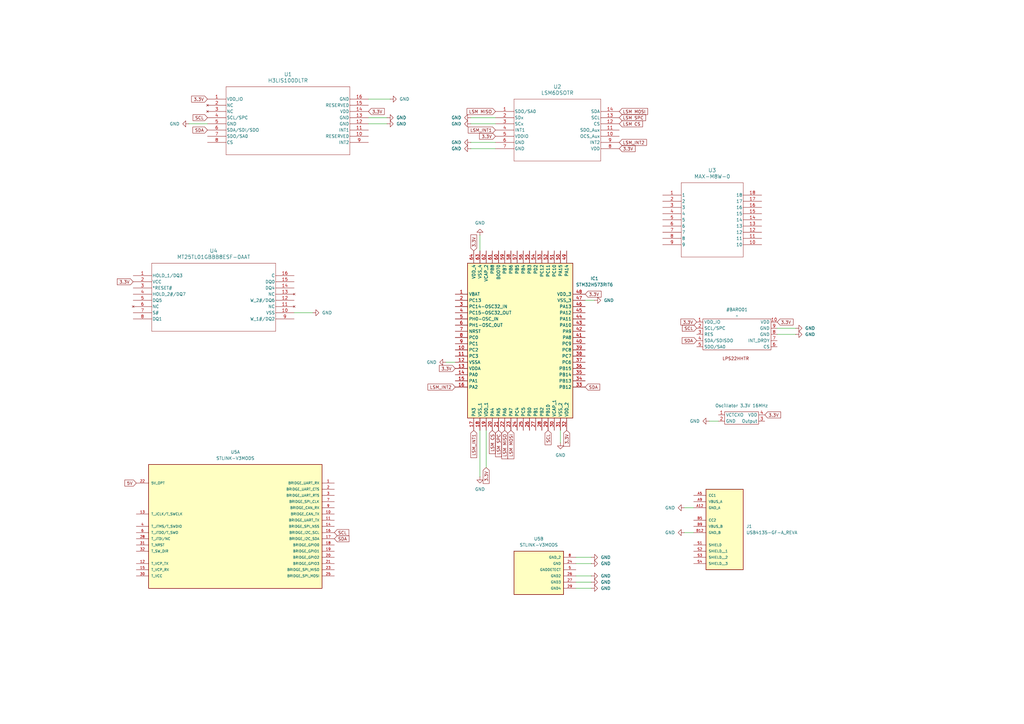
<source format=kicad_sch>
(kicad_sch
	(version 20250114)
	(generator "eeschema")
	(generator_version "9.0")
	(uuid "593d72b5-6c91-41e1-bea5-d55a8577734c")
	(paper "A3")
	(lib_symbols
		(symbol "Rocket Club 2025 Parts Symbols_Including_Full_Stm32:BARO_LPS22HHTR"
			(power)
			(exclude_from_sim no)
			(in_bom no)
			(on_board no)
			(property "Reference" "BARO"
				(at 9.398 2.032 0)
				(effects
					(font
						(size 1.27 1.27)
					)
				)
			)
			(property "Value" ""
				(at 0 0 0)
				(effects
					(font
						(size 1.27 1.27)
					)
				)
			)
			(property "Footprint" ""
				(at 0 0 0)
				(effects
					(font
						(size 1.27 1.27)
					)
					(hide yes)
				)
			)
			(property "Datasheet" ""
				(at 0 0 0)
				(effects
					(font
						(size 1.27 1.27)
					)
					(hide yes)
				)
			)
			(property "Description" ""
				(at 0 0 0)
				(effects
					(font
						(size 1.27 1.27)
					)
					(hide yes)
				)
			)
			(symbol "BARO_LPS22HHTR_0_1"
				(rectangle
					(start -3.81 -2.54)
					(end 24.13 -15.24)
					(stroke
						(width 0)
						(type default)
					)
					(fill
						(type none)
					)
				)
			)
			(symbol "BARO_LPS22HHTR_1_1"
				(text "LPS22HHTR"
					(at 9.652 -18.796 0)
					(effects
						(font
							(size 1.27 1.27)
						)
					)
				)
				(pin input line
					(at -6.35 -3.81 0)
					(length 2.54)
					(name "VDD_IO"
						(effects
							(font
								(size 1.27 1.27)
							)
						)
					)
					(number "1"
						(effects
							(font
								(size 1.27 1.27)
							)
						)
					)
				)
				(pin input line
					(at -6.35 -6.35 0)
					(length 2.54)
					(name "SCL/SPC"
						(effects
							(font
								(size 1.27 1.27)
							)
						)
					)
					(number "2"
						(effects
							(font
								(size 1.27 1.27)
							)
						)
					)
				)
				(pin input line
					(at -6.35 -8.89 0)
					(length 2.54)
					(name "RES"
						(effects
							(font
								(size 1.27 1.27)
							)
						)
					)
					(number "3"
						(effects
							(font
								(size 1.27 1.27)
							)
						)
					)
				)
				(pin bidirectional line
					(at -6.35 -11.43 0)
					(length 2.54)
					(name "SDA/SDISDO"
						(effects
							(font
								(size 1.27 1.27)
							)
						)
					)
					(number "4"
						(effects
							(font
								(size 1.27 1.27)
							)
						)
					)
				)
				(pin bidirectional line
					(at -6.35 -13.97 0)
					(length 2.54)
					(name "SDO/SA0"
						(effects
							(font
								(size 1.27 1.27)
							)
						)
					)
					(number "5"
						(effects
							(font
								(size 1.27 1.27)
							)
						)
					)
				)
				(pin input line
					(at 26.67 -3.81 180)
					(length 2.54)
					(name "VDD"
						(effects
							(font
								(size 1.27 1.27)
							)
						)
					)
					(number "10"
						(effects
							(font
								(size 1.27 1.27)
							)
						)
					)
				)
				(pin input line
					(at 26.67 -6.35 180)
					(length 2.54)
					(name "GND"
						(effects
							(font
								(size 1.27 1.27)
							)
						)
					)
					(number "9"
						(effects
							(font
								(size 1.27 1.27)
							)
						)
					)
				)
				(pin input line
					(at 26.67 -8.89 180)
					(length 2.54)
					(name "GND"
						(effects
							(font
								(size 1.27 1.27)
							)
						)
					)
					(number "8"
						(effects
							(font
								(size 1.27 1.27)
							)
						)
					)
				)
				(pin output line
					(at 26.67 -11.43 180)
					(length 2.54)
					(name "INT_DRDY"
						(effects
							(font
								(size 1.27 1.27)
							)
						)
					)
					(number "7"
						(effects
							(font
								(size 1.27 1.27)
							)
						)
					)
				)
				(pin input line
					(at 26.67 -13.97 180)
					(length 2.54)
					(name "CS"
						(effects
							(font
								(size 1.27 1.27)
							)
						)
					)
					(number "6"
						(effects
							(font
								(size 1.27 1.27)
							)
						)
					)
				)
			)
			(embedded_fonts no)
		)
		(symbol "Rocket Club 2025 Parts Symbols_Including_Full_Stm32:H3LIS100DLTR"
			(pin_names
				(offset 0.254)
			)
			(exclude_from_sim no)
			(in_bom yes)
			(on_board yes)
			(property "Reference" "U"
				(at 33.02 10.16 0)
				(effects
					(font
						(size 1.524 1.524)
					)
				)
			)
			(property "Value" "H3LIS100DLTR"
				(at 33.02 7.62 0)
				(effects
					(font
						(size 1.524 1.524)
					)
				)
			)
			(property "Footprint" "TFLGA16_3P15X3P15_STM"
				(at 33.02 19.304 0)
				(effects
					(font
						(size 1.27 1.27)
						(italic yes)
					)
					(hide yes)
				)
			)
			(property "Datasheet" "H3LIS100DLTR"
				(at 32.512 15.494 0)
				(effects
					(font
						(size 1.27 1.27)
						(italic yes)
					)
					(hide yes)
				)
			)
			(property "Description" ""
				(at 0 0 0)
				(effects
					(font
						(size 1.27 1.27)
					)
					(hide yes)
				)
			)
			(property "ki_locked" ""
				(at 0 0 0)
				(effects
					(font
						(size 1.27 1.27)
					)
				)
			)
			(property "ki_keywords" "H3LIS100DLTR"
				(at 0 0 0)
				(effects
					(font
						(size 1.27 1.27)
					)
					(hide yes)
				)
			)
			(property "ki_fp_filters" "TFLGA16_3P15X3P15_STM TFLGA16_3P15X3P15_STM-M TFLGA16_3P15X3P15_STM-L"
				(at 0 0 0)
				(effects
					(font
						(size 1.27 1.27)
					)
					(hide yes)
				)
			)
			(symbol "H3LIS100DLTR_0_1"
				(polyline
					(pts
						(xy 7.62 5.08) (xy 7.62 -22.86)
					)
					(stroke
						(width 0.127)
						(type default)
					)
					(fill
						(type none)
					)
				)
				(polyline
					(pts
						(xy 7.62 -22.86) (xy 58.42 -22.86)
					)
					(stroke
						(width 0.127)
						(type default)
					)
					(fill
						(type none)
					)
				)
				(polyline
					(pts
						(xy 58.42 5.08) (xy 7.62 5.08)
					)
					(stroke
						(width 0.127)
						(type default)
					)
					(fill
						(type none)
					)
				)
				(polyline
					(pts
						(xy 58.42 -22.86) (xy 58.42 5.08)
					)
					(stroke
						(width 0.127)
						(type default)
					)
					(fill
						(type none)
					)
				)
				(pin power_in line
					(at 0 0 0)
					(length 7.62)
					(name "VDD_IO"
						(effects
							(font
								(size 1.27 1.27)
							)
						)
					)
					(number "1"
						(effects
							(font
								(size 1.27 1.27)
							)
						)
					)
				)
				(pin no_connect line
					(at 0 -2.54 0)
					(length 7.62)
					(name "NC"
						(effects
							(font
								(size 1.27 1.27)
							)
						)
					)
					(number "2"
						(effects
							(font
								(size 1.27 1.27)
							)
						)
					)
				)
				(pin no_connect line
					(at 0 -5.08 0)
					(length 7.62)
					(name "NC"
						(effects
							(font
								(size 1.27 1.27)
							)
						)
					)
					(number "3"
						(effects
							(font
								(size 1.27 1.27)
							)
						)
					)
				)
				(pin bidirectional line
					(at 0 -7.62 0)
					(length 7.62)
					(name "SCL/SPC"
						(effects
							(font
								(size 1.27 1.27)
							)
						)
					)
					(number "4"
						(effects
							(font
								(size 1.27 1.27)
							)
						)
					)
				)
				(pin power_in line
					(at 0 -10.16 0)
					(length 7.62)
					(name "GND"
						(effects
							(font
								(size 1.27 1.27)
							)
						)
					)
					(number "5"
						(effects
							(font
								(size 1.27 1.27)
							)
						)
					)
				)
				(pin bidirectional line
					(at 0 -12.7 0)
					(length 7.62)
					(name "SDA/SDI/SDO"
						(effects
							(font
								(size 1.27 1.27)
							)
						)
					)
					(number "6"
						(effects
							(font
								(size 1.27 1.27)
							)
						)
					)
				)
				(pin bidirectional line
					(at 0 -15.24 0)
					(length 7.62)
					(name "SDO/SA0"
						(effects
							(font
								(size 1.27 1.27)
							)
						)
					)
					(number "7"
						(effects
							(font
								(size 1.27 1.27)
							)
						)
					)
				)
				(pin bidirectional line
					(at 0 -17.78 0)
					(length 7.62)
					(name "CS"
						(effects
							(font
								(size 1.27 1.27)
							)
						)
					)
					(number "8"
						(effects
							(font
								(size 1.27 1.27)
							)
						)
					)
				)
				(pin power_in line
					(at 66.04 0 180)
					(length 7.62)
					(name "GND"
						(effects
							(font
								(size 1.27 1.27)
							)
						)
					)
					(number "16"
						(effects
							(font
								(size 1.27 1.27)
							)
						)
					)
				)
				(pin unspecified line
					(at 66.04 -2.54 180)
					(length 7.62)
					(name "RESERVED"
						(effects
							(font
								(size 1.27 1.27)
							)
						)
					)
					(number "15"
						(effects
							(font
								(size 1.27 1.27)
							)
						)
					)
				)
				(pin power_in line
					(at 66.04 -5.08 180)
					(length 7.62)
					(name "VDD"
						(effects
							(font
								(size 1.27 1.27)
							)
						)
					)
					(number "14"
						(effects
							(font
								(size 1.27 1.27)
							)
						)
					)
				)
				(pin power_in line
					(at 66.04 -7.62 180)
					(length 7.62)
					(name "GND"
						(effects
							(font
								(size 1.27 1.27)
							)
						)
					)
					(number "13"
						(effects
							(font
								(size 1.27 1.27)
							)
						)
					)
				)
				(pin power_in line
					(at 66.04 -10.16 180)
					(length 7.62)
					(name "GND"
						(effects
							(font
								(size 1.27 1.27)
							)
						)
					)
					(number "12"
						(effects
							(font
								(size 1.27 1.27)
							)
						)
					)
				)
				(pin bidirectional line
					(at 66.04 -12.7 180)
					(length 7.62)
					(name "INT1"
						(effects
							(font
								(size 1.27 1.27)
							)
						)
					)
					(number "11"
						(effects
							(font
								(size 1.27 1.27)
							)
						)
					)
				)
				(pin unspecified line
					(at 66.04 -15.24 180)
					(length 7.62)
					(name "RESERVED"
						(effects
							(font
								(size 1.27 1.27)
							)
						)
					)
					(number "10"
						(effects
							(font
								(size 1.27 1.27)
							)
						)
					)
				)
				(pin bidirectional line
					(at 66.04 -17.78 180)
					(length 7.62)
					(name "INT2"
						(effects
							(font
								(size 1.27 1.27)
							)
						)
					)
					(number "9"
						(effects
							(font
								(size 1.27 1.27)
							)
						)
					)
				)
			)
			(embedded_fonts no)
		)
		(symbol "Rocket Club 2025 Parts Symbols_Including_Full_Stm32:LSM6DSOTR"
			(pin_names
				(offset 0.254)
			)
			(exclude_from_sim no)
			(in_bom yes)
			(on_board yes)
			(property "Reference" "U"
				(at 25.4 10.16 0)
				(effects
					(font
						(size 1.524 1.524)
					)
				)
			)
			(property "Value" "LSM6DSOTR"
				(at 25.4 7.62 0)
				(effects
					(font
						(size 1.524 1.524)
					)
				)
			)
			(property "Footprint" "LGA-14L_2P5X3X0P86_STM"
				(at 25.654 14.732 0)
				(effects
					(font
						(size 1.27 1.27)
						(italic yes)
					)
					(hide yes)
				)
			)
			(property "Datasheet" "LSM6DSOTR"
				(at 25.4 17.78 0)
				(effects
					(font
						(size 1.27 1.27)
						(italic yes)
					)
					(hide yes)
				)
			)
			(property "Description" ""
				(at 0 0 0)
				(effects
					(font
						(size 1.27 1.27)
					)
					(hide yes)
				)
			)
			(property "ki_locked" ""
				(at 0 0 0)
				(effects
					(font
						(size 1.27 1.27)
					)
				)
			)
			(property "ki_keywords" "LSM6DSOTR"
				(at 0 0 0)
				(effects
					(font
						(size 1.27 1.27)
					)
					(hide yes)
				)
			)
			(property "ki_fp_filters" "LGA-14L_2P5X3X0P86_STM LGA-14L_2P5X3X0P86_STM-M LGA-14L_2P5X3X0P86_STM-L"
				(at 0 0 0)
				(effects
					(font
						(size 1.27 1.27)
					)
					(hide yes)
				)
			)
			(symbol "LSM6DSOTR_0_1"
				(polyline
					(pts
						(xy 7.62 5.08) (xy 7.62 -20.32)
					)
					(stroke
						(width 0.127)
						(type default)
					)
					(fill
						(type none)
					)
				)
				(polyline
					(pts
						(xy 7.62 -20.32) (xy 43.18 -20.32)
					)
					(stroke
						(width 0.127)
						(type default)
					)
					(fill
						(type none)
					)
				)
				(polyline
					(pts
						(xy 43.18 5.08) (xy 7.62 5.08)
					)
					(stroke
						(width 0.127)
						(type default)
					)
					(fill
						(type none)
					)
				)
				(polyline
					(pts
						(xy 43.18 -20.32) (xy 43.18 5.08)
					)
					(stroke
						(width 0.127)
						(type default)
					)
					(fill
						(type none)
					)
				)
				(pin bidirectional line
					(at 0 0 0)
					(length 7.62)
					(name "SDO/SA0"
						(effects
							(font
								(size 1.27 1.27)
							)
						)
					)
					(number "1"
						(effects
							(font
								(size 1.27 1.27)
							)
						)
					)
				)
				(pin bidirectional line
					(at 0 -2.54 0)
					(length 7.62)
					(name "SDx"
						(effects
							(font
								(size 1.27 1.27)
							)
						)
					)
					(number "2"
						(effects
							(font
								(size 1.27 1.27)
							)
						)
					)
				)
				(pin bidirectional line
					(at 0 -5.08 0)
					(length 7.62)
					(name "SCx"
						(effects
							(font
								(size 1.27 1.27)
							)
						)
					)
					(number "3"
						(effects
							(font
								(size 1.27 1.27)
							)
						)
					)
				)
				(pin output line
					(at 0 -7.62 0)
					(length 7.62)
					(name "INT1"
						(effects
							(font
								(size 1.27 1.27)
							)
						)
					)
					(number "4"
						(effects
							(font
								(size 1.27 1.27)
							)
						)
					)
				)
				(pin power_in line
					(at 0 -10.16 0)
					(length 7.62)
					(name "VDDIO"
						(effects
							(font
								(size 1.27 1.27)
							)
						)
					)
					(number "5"
						(effects
							(font
								(size 1.27 1.27)
							)
						)
					)
				)
				(pin power_out line
					(at 0 -12.7 0)
					(length 7.62)
					(name "GND"
						(effects
							(font
								(size 1.27 1.27)
							)
						)
					)
					(number "6"
						(effects
							(font
								(size 1.27 1.27)
							)
						)
					)
				)
				(pin power_out line
					(at 0 -15.24 0)
					(length 7.62)
					(name "GND"
						(effects
							(font
								(size 1.27 1.27)
							)
						)
					)
					(number "7"
						(effects
							(font
								(size 1.27 1.27)
							)
						)
					)
				)
				(pin bidirectional line
					(at 50.8 0 180)
					(length 7.62)
					(name "SDA"
						(effects
							(font
								(size 1.27 1.27)
							)
						)
					)
					(number "14"
						(effects
							(font
								(size 1.27 1.27)
							)
						)
					)
				)
				(pin input line
					(at 50.8 -2.54 180)
					(length 7.62)
					(name "SCL"
						(effects
							(font
								(size 1.27 1.27)
							)
						)
					)
					(number "13"
						(effects
							(font
								(size 1.27 1.27)
							)
						)
					)
				)
				(pin input line
					(at 50.8 -5.08 180)
					(length 7.62)
					(name "CS"
						(effects
							(font
								(size 1.27 1.27)
							)
						)
					)
					(number "12"
						(effects
							(font
								(size 1.27 1.27)
							)
						)
					)
				)
				(pin bidirectional line
					(at 50.8 -7.62 180)
					(length 7.62)
					(name "SDO_Aux"
						(effects
							(font
								(size 1.27 1.27)
							)
						)
					)
					(number "11"
						(effects
							(font
								(size 1.27 1.27)
							)
						)
					)
				)
				(pin bidirectional line
					(at 50.8 -10.16 180)
					(length 7.62)
					(name "OCS_Aux"
						(effects
							(font
								(size 1.27 1.27)
							)
						)
					)
					(number "10"
						(effects
							(font
								(size 1.27 1.27)
							)
						)
					)
				)
				(pin output line
					(at 50.8 -12.7 180)
					(length 7.62)
					(name "INT2"
						(effects
							(font
								(size 1.27 1.27)
							)
						)
					)
					(number "9"
						(effects
							(font
								(size 1.27 1.27)
							)
						)
					)
				)
				(pin power_in line
					(at 50.8 -15.24 180)
					(length 7.62)
					(name "VDD"
						(effects
							(font
								(size 1.27 1.27)
							)
						)
					)
					(number "8"
						(effects
							(font
								(size 1.27 1.27)
							)
						)
					)
				)
			)
			(embedded_fonts no)
		)
		(symbol "Rocket Club 2025 Parts Symbols_Including_Full_Stm32:MAX-M8W-0"
			(pin_names
				(offset 0.254)
			)
			(exclude_from_sim no)
			(in_bom yes)
			(on_board yes)
			(property "Reference" "U"
				(at 20.32 10.16 0)
				(effects
					(font
						(size 1.524 1.524)
					)
				)
			)
			(property "Value" "MAX-M8W-0"
				(at 20.32 7.62 0)
				(effects
					(font
						(size 1.524 1.524)
					)
				)
			)
			(property "Footprint" "SMT_M8W-0_UBL"
				(at 20.574 16.51 0)
				(effects
					(font
						(size 1.27 1.27)
						(italic yes)
					)
					(hide yes)
				)
			)
			(property "Datasheet" "MAX-M8W-0"
				(at 20.32 13.208 0)
				(effects
					(font
						(size 1.27 1.27)
						(italic yes)
					)
					(hide yes)
				)
			)
			(property "Description" ""
				(at 0 0 0)
				(effects
					(font
						(size 1.27 1.27)
					)
					(hide yes)
				)
			)
			(property "ki_locked" ""
				(at 0 0 0)
				(effects
					(font
						(size 1.27 1.27)
					)
				)
			)
			(property "ki_keywords" "MAX-M8W-0"
				(at 0 0 0)
				(effects
					(font
						(size 1.27 1.27)
					)
					(hide yes)
				)
			)
			(property "ki_fp_filters" "SMT_M8W-0_UBL SMT_M8W-0_UBL-M SMT_M8W-0_UBL-L"
				(at 0 0 0)
				(effects
					(font
						(size 1.27 1.27)
					)
					(hide yes)
				)
			)
			(symbol "MAX-M8W-0_0_1"
				(polyline
					(pts
						(xy 7.62 5.08) (xy 7.62 -25.4)
					)
					(stroke
						(width 0.127)
						(type default)
					)
					(fill
						(type none)
					)
				)
				(polyline
					(pts
						(xy 7.62 -25.4) (xy 33.02 -25.4)
					)
					(stroke
						(width 0.127)
						(type default)
					)
					(fill
						(type none)
					)
				)
				(polyline
					(pts
						(xy 33.02 5.08) (xy 7.62 5.08)
					)
					(stroke
						(width 0.127)
						(type default)
					)
					(fill
						(type none)
					)
				)
				(polyline
					(pts
						(xy 33.02 -25.4) (xy 33.02 5.08)
					)
					(stroke
						(width 0.127)
						(type default)
					)
					(fill
						(type none)
					)
				)
				(pin unspecified line
					(at 0 0 0)
					(length 7.62)
					(name "1"
						(effects
							(font
								(size 1.27 1.27)
							)
						)
					)
					(number "1"
						(effects
							(font
								(size 1.27 1.27)
							)
						)
					)
				)
				(pin unspecified line
					(at 0 -2.54 0)
					(length 7.62)
					(name "2"
						(effects
							(font
								(size 1.27 1.27)
							)
						)
					)
					(number "2"
						(effects
							(font
								(size 1.27 1.27)
							)
						)
					)
				)
				(pin unspecified line
					(at 0 -5.08 0)
					(length 7.62)
					(name "3"
						(effects
							(font
								(size 1.27 1.27)
							)
						)
					)
					(number "3"
						(effects
							(font
								(size 1.27 1.27)
							)
						)
					)
				)
				(pin unspecified line
					(at 0 -7.62 0)
					(length 7.62)
					(name "4"
						(effects
							(font
								(size 1.27 1.27)
							)
						)
					)
					(number "4"
						(effects
							(font
								(size 1.27 1.27)
							)
						)
					)
				)
				(pin unspecified line
					(at 0 -10.16 0)
					(length 7.62)
					(name "5"
						(effects
							(font
								(size 1.27 1.27)
							)
						)
					)
					(number "5"
						(effects
							(font
								(size 1.27 1.27)
							)
						)
					)
				)
				(pin unspecified line
					(at 0 -12.7 0)
					(length 7.62)
					(name "6"
						(effects
							(font
								(size 1.27 1.27)
							)
						)
					)
					(number "6"
						(effects
							(font
								(size 1.27 1.27)
							)
						)
					)
				)
				(pin unspecified line
					(at 0 -15.24 0)
					(length 7.62)
					(name "7"
						(effects
							(font
								(size 1.27 1.27)
							)
						)
					)
					(number "7"
						(effects
							(font
								(size 1.27 1.27)
							)
						)
					)
				)
				(pin unspecified line
					(at 0 -17.78 0)
					(length 7.62)
					(name "8"
						(effects
							(font
								(size 1.27 1.27)
							)
						)
					)
					(number "8"
						(effects
							(font
								(size 1.27 1.27)
							)
						)
					)
				)
				(pin unspecified line
					(at 0 -20.32 0)
					(length 7.62)
					(name "9"
						(effects
							(font
								(size 1.27 1.27)
							)
						)
					)
					(number "9"
						(effects
							(font
								(size 1.27 1.27)
							)
						)
					)
				)
				(pin unspecified line
					(at 40.64 0 180)
					(length 7.62)
					(name "18"
						(effects
							(font
								(size 1.27 1.27)
							)
						)
					)
					(number "18"
						(effects
							(font
								(size 1.27 1.27)
							)
						)
					)
				)
				(pin unspecified line
					(at 40.64 -2.54 180)
					(length 7.62)
					(name "17"
						(effects
							(font
								(size 1.27 1.27)
							)
						)
					)
					(number "17"
						(effects
							(font
								(size 1.27 1.27)
							)
						)
					)
				)
				(pin unspecified line
					(at 40.64 -5.08 180)
					(length 7.62)
					(name "16"
						(effects
							(font
								(size 1.27 1.27)
							)
						)
					)
					(number "16"
						(effects
							(font
								(size 1.27 1.27)
							)
						)
					)
				)
				(pin unspecified line
					(at 40.64 -7.62 180)
					(length 7.62)
					(name "15"
						(effects
							(font
								(size 1.27 1.27)
							)
						)
					)
					(number "15"
						(effects
							(font
								(size 1.27 1.27)
							)
						)
					)
				)
				(pin unspecified line
					(at 40.64 -10.16 180)
					(length 7.62)
					(name "14"
						(effects
							(font
								(size 1.27 1.27)
							)
						)
					)
					(number "14"
						(effects
							(font
								(size 1.27 1.27)
							)
						)
					)
				)
				(pin unspecified line
					(at 40.64 -12.7 180)
					(length 7.62)
					(name "13"
						(effects
							(font
								(size 1.27 1.27)
							)
						)
					)
					(number "13"
						(effects
							(font
								(size 1.27 1.27)
							)
						)
					)
				)
				(pin unspecified line
					(at 40.64 -15.24 180)
					(length 7.62)
					(name "12"
						(effects
							(font
								(size 1.27 1.27)
							)
						)
					)
					(number "12"
						(effects
							(font
								(size 1.27 1.27)
							)
						)
					)
				)
				(pin unspecified line
					(at 40.64 -17.78 180)
					(length 7.62)
					(name "11"
						(effects
							(font
								(size 1.27 1.27)
							)
						)
					)
					(number "11"
						(effects
							(font
								(size 1.27 1.27)
							)
						)
					)
				)
				(pin unspecified line
					(at 40.64 -20.32 180)
					(length 7.62)
					(name "10"
						(effects
							(font
								(size 1.27 1.27)
							)
						)
					)
					(number "10"
						(effects
							(font
								(size 1.27 1.27)
							)
						)
					)
				)
			)
			(embedded_fonts no)
		)
		(symbol "Rocket Club 2025 Parts Symbols_Including_Full_Stm32:MT25TL01GBBB8ESF-0AAT"
			(pin_names
				(offset 0.254)
			)
			(exclude_from_sim no)
			(in_bom yes)
			(on_board yes)
			(property "Reference" "U"
				(at 33.02 10.16 0)
				(effects
					(font
						(size 1.524 1.524)
					)
				)
			)
			(property "Value" "MT25TL01GBBB8ESF-0AAT"
				(at 33.02 7.62 0)
				(effects
					(font
						(size 1.524 1.524)
					)
				)
			)
			(property "Footprint" "SOP2-16_300MIL_SF_MRN"
				(at 30.734 16.256 0)
				(effects
					(font
						(size 1.27 1.27)
						(italic yes)
					)
					(hide yes)
				)
			)
			(property "Datasheet" "MT25TL01GBBB8ESF-0AAT"
				(at 30.734 18.796 0)
				(effects
					(font
						(size 1.27 1.27)
						(italic yes)
					)
					(hide yes)
				)
			)
			(property "Description" ""
				(at 0 0 0)
				(effects
					(font
						(size 1.27 1.27)
					)
					(hide yes)
				)
			)
			(property "ki_locked" ""
				(at 0 0 0)
				(effects
					(font
						(size 1.27 1.27)
					)
				)
			)
			(property "ki_keywords" "MT25TL01GBBB8ESF-0AAT"
				(at 0 0 0)
				(effects
					(font
						(size 1.27 1.27)
					)
					(hide yes)
				)
			)
			(property "ki_fp_filters" "SOP2-16_300MIL_SF_MRN SOP2-16_300MIL_SF_MRN-M SOP2-16_300MIL_SF_MRN-L"
				(at 0 0 0)
				(effects
					(font
						(size 1.27 1.27)
					)
					(hide yes)
				)
			)
			(symbol "MT25TL01GBBB8ESF-0AAT_0_1"
				(polyline
					(pts
						(xy 7.62 5.08) (xy 7.62 -22.86)
					)
					(stroke
						(width 0.127)
						(type default)
					)
					(fill
						(type none)
					)
				)
				(polyline
					(pts
						(xy 7.62 -22.86) (xy 58.42 -22.86)
					)
					(stroke
						(width 0.127)
						(type default)
					)
					(fill
						(type none)
					)
				)
				(polyline
					(pts
						(xy 58.42 5.08) (xy 7.62 5.08)
					)
					(stroke
						(width 0.127)
						(type default)
					)
					(fill
						(type none)
					)
				)
				(polyline
					(pts
						(xy 58.42 -22.86) (xy 58.42 5.08)
					)
					(stroke
						(width 0.127)
						(type default)
					)
					(fill
						(type none)
					)
				)
				(pin bidirectional line
					(at 0 0 0)
					(length 7.62)
					(name "HOLD_1/DQ3"
						(effects
							(font
								(size 1.27 1.27)
							)
						)
					)
					(number "1"
						(effects
							(font
								(size 1.27 1.27)
							)
						)
					)
				)
				(pin power_in line
					(at 0 -2.54 0)
					(length 7.62)
					(name "VCC"
						(effects
							(font
								(size 1.27 1.27)
							)
						)
					)
					(number "2"
						(effects
							(font
								(size 1.27 1.27)
							)
						)
					)
				)
				(pin input line
					(at 0 -5.08 0)
					(length 7.62)
					(name "*RESET#"
						(effects
							(font
								(size 1.27 1.27)
							)
						)
					)
					(number "3"
						(effects
							(font
								(size 1.27 1.27)
							)
						)
					)
				)
				(pin bidirectional line
					(at 0 -7.62 0)
					(length 7.62)
					(name "HOLD_2#/DQ7"
						(effects
							(font
								(size 1.27 1.27)
							)
						)
					)
					(number "4"
						(effects
							(font
								(size 1.27 1.27)
							)
						)
					)
				)
				(pin bidirectional line
					(at 0 -10.16 0)
					(length 7.62)
					(name "DQ5"
						(effects
							(font
								(size 1.27 1.27)
							)
						)
					)
					(number "5"
						(effects
							(font
								(size 1.27 1.27)
							)
						)
					)
				)
				(pin no_connect line
					(at 0 -12.7 0)
					(length 7.62)
					(name "NC"
						(effects
							(font
								(size 1.27 1.27)
							)
						)
					)
					(number "6"
						(effects
							(font
								(size 1.27 1.27)
							)
						)
					)
				)
				(pin input line
					(at 0 -15.24 0)
					(length 7.62)
					(name "S#"
						(effects
							(font
								(size 1.27 1.27)
							)
						)
					)
					(number "7"
						(effects
							(font
								(size 1.27 1.27)
							)
						)
					)
				)
				(pin bidirectional line
					(at 0 -17.78 0)
					(length 7.62)
					(name "DQ1"
						(effects
							(font
								(size 1.27 1.27)
							)
						)
					)
					(number "8"
						(effects
							(font
								(size 1.27 1.27)
							)
						)
					)
				)
				(pin input line
					(at 66.04 0 180)
					(length 7.62)
					(name "C"
						(effects
							(font
								(size 1.27 1.27)
							)
						)
					)
					(number "16"
						(effects
							(font
								(size 1.27 1.27)
							)
						)
					)
				)
				(pin bidirectional line
					(at 66.04 -2.54 180)
					(length 7.62)
					(name "DQ0"
						(effects
							(font
								(size 1.27 1.27)
							)
						)
					)
					(number "15"
						(effects
							(font
								(size 1.27 1.27)
							)
						)
					)
				)
				(pin bidirectional line
					(at 66.04 -5.08 180)
					(length 7.62)
					(name "DQ4"
						(effects
							(font
								(size 1.27 1.27)
							)
						)
					)
					(number "14"
						(effects
							(font
								(size 1.27 1.27)
							)
						)
					)
				)
				(pin no_connect line
					(at 66.04 -7.62 180)
					(length 7.62)
					(name "NC"
						(effects
							(font
								(size 1.27 1.27)
							)
						)
					)
					(number "13"
						(effects
							(font
								(size 1.27 1.27)
							)
						)
					)
				)
				(pin bidirectional line
					(at 66.04 -10.16 180)
					(length 7.62)
					(name "W_2#/DQ6"
						(effects
							(font
								(size 1.27 1.27)
							)
						)
					)
					(number "12"
						(effects
							(font
								(size 1.27 1.27)
							)
						)
					)
				)
				(pin no_connect line
					(at 66.04 -12.7 180)
					(length 7.62)
					(name "NC"
						(effects
							(font
								(size 1.27 1.27)
							)
						)
					)
					(number "11"
						(effects
							(font
								(size 1.27 1.27)
							)
						)
					)
				)
				(pin power_out line
					(at 66.04 -15.24 180)
					(length 7.62)
					(name "VSS"
						(effects
							(font
								(size 1.27 1.27)
							)
						)
					)
					(number "10"
						(effects
							(font
								(size 1.27 1.27)
							)
						)
					)
				)
				(pin bidirectional line
					(at 66.04 -17.78 180)
					(length 7.62)
					(name "W_1#/DQ2"
						(effects
							(font
								(size 1.27 1.27)
							)
						)
					)
					(number "9"
						(effects
							(font
								(size 1.27 1.27)
							)
						)
					)
				)
			)
			(embedded_fonts no)
		)
		(symbol "Rocket Club 2025 Parts Symbols_Including_Full_Stm32:Oscillator_TXETDDSANF-16Mhz"
			(exclude_from_sim no)
			(in_bom yes)
			(on_board yes)
			(property "Reference" "Oscillator 3.3V 16MHz"
				(at 3.302 -3.556 0)
				(effects
					(font
						(size 1.27 1.27)
					)
				)
			)
			(property "Value" "Oscillator 3.3V 16MHz"
				(at 3.302 -3.556 0)
				(effects
					(font
						(size 1.27 1.27)
					)
				)
			)
			(property "Footprint" "Oscillator 3.3V 16MHz"
				(at 3.302 -3.556 0)
				(effects
					(font
						(size 1.27 1.27)
					)
					(hide yes)
				)
			)
			(property "Datasheet" "Oscillator 3.3V 16MHz"
				(at 3.302 -3.556 0)
				(effects
					(font
						(size 1.27 1.27)
					)
					(hide yes)
				)
			)
			(property "Description" "Oscillator 3.3V 16MHz"
				(at 3.302 -3.556 0)
				(effects
					(font
						(size 1.27 1.27)
					)
					(hide yes)
				)
			)
			(symbol "Oscillator_TXETDDSANF-16Mhz_0_1"
				(rectangle
					(start -1.27 6.35)
					(end 12.7 1.27)
					(stroke
						(width 0)
						(type default)
					)
					(fill
						(type none)
					)
				)
			)
			(symbol "Oscillator_TXETDDSANF-16Mhz_1_1"
				(pin input line
					(at -3.81 5.08 0)
					(length 2.54)
					(name "VCTCXO"
						(effects
							(font
								(size 1.27 1.27)
							)
						)
					)
					(number "1"
						(effects
							(font
								(size 1.27 1.27)
							)
						)
					)
				)
				(pin input line
					(at -3.81 2.54 0)
					(length 2.54)
					(name "GND"
						(effects
							(font
								(size 1.27 1.27)
							)
						)
					)
					(number "2"
						(effects
							(font
								(size 1.27 1.27)
							)
						)
					)
				)
				(pin input line
					(at 15.24 5.08 180)
					(length 2.54)
					(name "VDD"
						(effects
							(font
								(size 1.27 1.27)
							)
						)
					)
					(number "4"
						(effects
							(font
								(size 1.27 1.27)
							)
						)
					)
				)
				(pin output line
					(at 15.24 2.54 180)
					(length 2.54)
					(name "Output"
						(effects
							(font
								(size 1.27 1.27)
							)
						)
					)
					(number "3"
						(effects
							(font
								(size 1.27 1.27)
							)
						)
					)
				)
			)
			(embedded_fonts no)
		)
		(symbol "Rocket Club 2025 Parts Symbols_Including_Full_Stm32:STLINK-V3MODS"
			(pin_names
				(offset 1.016)
			)
			(exclude_from_sim no)
			(in_bom yes)
			(on_board yes)
			(property "Reference" "U"
				(at -35.56 26.162 0)
				(effects
					(font
						(size 1.27 1.27)
					)
					(justify left bottom)
				)
			)
			(property "Value" "STLINK-V3MODS"
				(at -35.56 -27.94 0)
				(effects
					(font
						(size 1.27 1.27)
					)
					(justify left bottom)
				)
			)
			(property "Footprint" "STLINK-V3MODS:MODULE_STLINK-V3MODS"
				(at -1.778 46.228 0)
				(effects
					(font
						(size 1.27 1.27)
					)
					(justify bottom)
					(hide yes)
				)
			)
			(property "Datasheet" ""
				(at 0 0 0)
				(effects
					(font
						(size 1.27 1.27)
					)
					(hide yes)
				)
			)
			(property "Description" ""
				(at 0 0 0)
				(effects
					(font
						(size 1.27 1.27)
					)
					(hide yes)
				)
			)
			(property "MF" "STMicroelectronics"
				(at 0 59.182 0)
				(effects
					(font
						(size 1.27 1.27)
					)
					(justify bottom)
					(hide yes)
				)
			)
			(property "Description_1" "STM32 series Debugger, Programmer (In-Circuit/In-System)"
				(at 0.762 41.91 0)
				(effects
					(font
						(size 1.27 1.27)
					)
					(justify bottom)
					(hide yes)
				)
			)
			(property "Package" ""
				(at 7.112 29.21 0)
				(effects
					(font
						(size 1.27 1.27)
					)
					(justify bottom)
					(hide yes)
				)
			)
			(property "Price" ""
				(at 15.24 28.956 0)
				(effects
					(font
						(size 1.27 1.27)
					)
					(justify bottom)
					(hide yes)
				)
			)
			(property "Check_prices" "https://www.snapeda.com/parts/STLINK-V3MODS/STMicroelectronics/view-part/?ref=eda"
				(at -1.016 50.8 0)
				(effects
					(font
						(size 1.27 1.27)
					)
					(justify bottom)
					(hide yes)
				)
			)
			(property "STANDARD" "Manufacturer Recommendations"
				(at 1.27 34.798 0)
				(effects
					(font
						(size 1.27 1.27)
					)
					(justify bottom)
					(hide yes)
				)
			)
			(property "PARTREV" ""
				(at 19.304 29.464 0)
				(effects
					(font
						(size 1.27 1.27)
					)
					(justify bottom)
					(hide yes)
				)
			)
			(property "SnapEDA_Link" "https://www.snapeda.com/parts/STLINK-V3MODS/STMicroelectronics/view-part/?ref=snap"
				(at 1.778 54.864 0)
				(effects
					(font
						(size 1.27 1.27)
					)
					(justify bottom)
					(hide yes)
				)
			)
			(property "MP" "STLINK-V3MODS"
				(at 0.254 37.338 0)
				(effects
					(font
						(size 1.27 1.27)
					)
					(justify bottom)
					(hide yes)
				)
			)
			(property "Availability" ""
				(at 0.254 29.21 0)
				(effects
					(font
						(size 1.27 1.27)
					)
					(justify bottom)
					(hide yes)
				)
			)
			(property "MANUFACTURER" "ST Microelectronics"
				(at 1.27 31.75 0)
				(effects
					(font
						(size 1.27 1.27)
					)
					(justify bottom)
					(hide yes)
				)
			)
			(symbol "STLINK-V3MODS_1_0"
				(rectangle
					(start -35.56 -25.4)
					(end 35.56 25.4)
					(stroke
						(width 0.254)
						(type default)
					)
					(fill
						(type background)
					)
				)
				(pin passive line
					(at -40.64 17.78 0)
					(length 5.08)
					(name "5V_OPT"
						(effects
							(font
								(size 1.016 1.016)
							)
						)
					)
					(number "22"
						(effects
							(font
								(size 1.016 1.016)
							)
						)
					)
				)
				(pin passive line
					(at -40.64 5.08 0)
					(length 5.08)
					(name "T_JCLK/T_SWCLK"
						(effects
							(font
								(size 1.016 1.016)
							)
						)
					)
					(number "13"
						(effects
							(font
								(size 1.016 1.016)
							)
						)
					)
				)
				(pin passive line
					(at -40.64 0 0)
					(length 5.08)
					(name "T_JTMS/T_SWDIO"
						(effects
							(font
								(size 1.016 1.016)
							)
						)
					)
					(number "4"
						(effects
							(font
								(size 1.016 1.016)
							)
						)
					)
				)
				(pin passive line
					(at -40.64 -2.54 0)
					(length 5.08)
					(name "T_JTDO/T_SWO"
						(effects
							(font
								(size 1.016 1.016)
							)
						)
					)
					(number "6"
						(effects
							(font
								(size 1.016 1.016)
							)
						)
					)
				)
				(pin passive line
					(at -40.64 -5.08 0)
					(length 5.08)
					(name "T_JTDI/NC"
						(effects
							(font
								(size 1.016 1.016)
							)
						)
					)
					(number "28"
						(effects
							(font
								(size 1.016 1.016)
							)
						)
					)
				)
				(pin passive line
					(at -40.64 -7.62 0)
					(length 5.08)
					(name "T_NRST"
						(effects
							(font
								(size 1.016 1.016)
							)
						)
					)
					(number "31"
						(effects
							(font
								(size 1.016 1.016)
							)
						)
					)
				)
				(pin passive line
					(at -40.64 -10.16 0)
					(length 5.08)
					(name "T_SW_DIR"
						(effects
							(font
								(size 1.016 1.016)
							)
						)
					)
					(number "32"
						(effects
							(font
								(size 1.016 1.016)
							)
						)
					)
				)
				(pin passive line
					(at -40.64 -15.24 0)
					(length 5.08)
					(name "T_VCP_TX"
						(effects
							(font
								(size 1.016 1.016)
							)
						)
					)
					(number "12"
						(effects
							(font
								(size 1.016 1.016)
							)
						)
					)
				)
				(pin passive line
					(at -40.64 -17.78 0)
					(length 5.08)
					(name "T_VCP_RX"
						(effects
							(font
								(size 1.016 1.016)
							)
						)
					)
					(number "15"
						(effects
							(font
								(size 1.016 1.016)
							)
						)
					)
				)
				(pin passive line
					(at -40.64 -20.32 0)
					(length 5.08)
					(name "T_VCC"
						(effects
							(font
								(size 1.016 1.016)
							)
						)
					)
					(number "30"
						(effects
							(font
								(size 1.016 1.016)
							)
						)
					)
				)
				(pin passive line
					(at 40.64 17.78 180)
					(length 5.08)
					(name "BRIDGE_UART_RX"
						(effects
							(font
								(size 1.016 1.016)
							)
						)
					)
					(number "1"
						(effects
							(font
								(size 1.016 1.016)
							)
						)
					)
				)
				(pin passive line
					(at 40.64 15.24 180)
					(length 5.08)
					(name "BRIDGE_UART_CTS"
						(effects
							(font
								(size 1.016 1.016)
							)
						)
					)
					(number "2"
						(effects
							(font
								(size 1.016 1.016)
							)
						)
					)
				)
				(pin passive line
					(at 40.64 12.7 180)
					(length 5.08)
					(name "BRIDGE_UART_RTS"
						(effects
							(font
								(size 1.016 1.016)
							)
						)
					)
					(number "3"
						(effects
							(font
								(size 1.016 1.016)
							)
						)
					)
				)
				(pin passive line
					(at 40.64 10.16 180)
					(length 5.08)
					(name "BRIDGE_SPI_CLK"
						(effects
							(font
								(size 1.016 1.016)
							)
						)
					)
					(number "7"
						(effects
							(font
								(size 1.016 1.016)
							)
						)
					)
				)
				(pin passive line
					(at 40.64 7.62 180)
					(length 5.08)
					(name "BRIDGE_CAN_RX"
						(effects
							(font
								(size 1.016 1.016)
							)
						)
					)
					(number "9"
						(effects
							(font
								(size 1.016 1.016)
							)
						)
					)
				)
				(pin passive line
					(at 40.64 5.08 180)
					(length 5.08)
					(name "BRIDGE_CAN_TX"
						(effects
							(font
								(size 1.016 1.016)
							)
						)
					)
					(number "10"
						(effects
							(font
								(size 1.016 1.016)
							)
						)
					)
				)
				(pin passive line
					(at 40.64 2.54 180)
					(length 5.08)
					(name "BRIDGE_UART_TX"
						(effects
							(font
								(size 1.016 1.016)
							)
						)
					)
					(number "11"
						(effects
							(font
								(size 1.016 1.016)
							)
						)
					)
				)
				(pin passive line
					(at 40.64 0 180)
					(length 5.08)
					(name "BRIDGE_SPI_NSS"
						(effects
							(font
								(size 1.016 1.016)
							)
						)
					)
					(number "14"
						(effects
							(font
								(size 1.016 1.016)
							)
						)
					)
				)
				(pin bidirectional line
					(at 40.64 -2.54 180)
					(length 5.08)
					(name "BRIDGE_I2C_SCL"
						(effects
							(font
								(size 1.016 1.016)
							)
						)
					)
					(number "16"
						(effects
							(font
								(size 1.016 1.016)
							)
						)
					)
				)
				(pin bidirectional line
					(at 40.64 -5.08 180)
					(length 5.08)
					(name "BRIDGE_I2C_SDA"
						(effects
							(font
								(size 1.016 1.016)
							)
						)
					)
					(number "17"
						(effects
							(font
								(size 1.016 1.016)
							)
						)
					)
				)
				(pin bidirectional line
					(at 40.64 -7.62 180)
					(length 5.08)
					(name "BRIDGE_GPIO0"
						(effects
							(font
								(size 1.016 1.016)
							)
						)
					)
					(number "18"
						(effects
							(font
								(size 1.016 1.016)
							)
						)
					)
				)
				(pin bidirectional line
					(at 40.64 -10.16 180)
					(length 5.08)
					(name "BRIDGE_GPIO1"
						(effects
							(font
								(size 1.016 1.016)
							)
						)
					)
					(number "19"
						(effects
							(font
								(size 1.016 1.016)
							)
						)
					)
				)
				(pin bidirectional line
					(at 40.64 -12.7 180)
					(length 5.08)
					(name "BRIDGE_GPIO2"
						(effects
							(font
								(size 1.016 1.016)
							)
						)
					)
					(number "20"
						(effects
							(font
								(size 1.016 1.016)
							)
						)
					)
				)
				(pin bidirectional line
					(at 40.64 -15.24 180)
					(length 5.08)
					(name "BRIDGE_GPIO3"
						(effects
							(font
								(size 1.016 1.016)
							)
						)
					)
					(number "21"
						(effects
							(font
								(size 1.016 1.016)
							)
						)
					)
				)
				(pin passive line
					(at 40.64 -17.78 180)
					(length 5.08)
					(name "BRIDGE_SPI_MISO"
						(effects
							(font
								(size 1.016 1.016)
							)
						)
					)
					(number "23"
						(effects
							(font
								(size 1.016 1.016)
							)
						)
					)
				)
				(pin passive line
					(at 40.64 -20.32 180)
					(length 5.08)
					(name "BRIDGE_SPI_MOSI"
						(effects
							(font
								(size 1.016 1.016)
							)
						)
					)
					(number "25"
						(effects
							(font
								(size 1.016 1.016)
							)
						)
					)
				)
			)
			(symbol "STLINK-V3MODS_2_0"
				(rectangle
					(start -10.16 -10.16)
					(end 10.16 7.62)
					(stroke
						(width 0.254)
						(type default)
					)
					(fill
						(type background)
					)
				)
				(pin power_in line
					(at 15.24 5.08 180)
					(length 5.08)
					(name "GND_2"
						(effects
							(font
								(size 1.016 1.016)
							)
						)
					)
					(number "8"
						(effects
							(font
								(size 1.016 1.016)
							)
						)
					)
				)
				(pin power_in line
					(at 15.24 2.54 180)
					(length 5.08)
					(name "GND"
						(effects
							(font
								(size 1.016 1.016)
							)
						)
					)
					(number "24"
						(effects
							(font
								(size 1.016 1.016)
							)
						)
					)
				)
				(pin power_in line
					(at 15.24 0 180)
					(length 5.08)
					(name "GNDDETECT"
						(effects
							(font
								(size 1.016 1.016)
							)
						)
					)
					(number "5"
						(effects
							(font
								(size 1.016 1.016)
							)
						)
					)
				)
				(pin power_in line
					(at 15.24 -2.54 180)
					(length 5.08)
					(name "GND2"
						(effects
							(font
								(size 1.016 1.016)
							)
						)
					)
					(number "26"
						(effects
							(font
								(size 1.016 1.016)
							)
						)
					)
				)
				(pin power_in line
					(at 15.24 -5.08 180)
					(length 5.08)
					(name "GND3"
						(effects
							(font
								(size 1.016 1.016)
							)
						)
					)
					(number "27"
						(effects
							(font
								(size 1.016 1.016)
							)
						)
					)
				)
				(pin power_in line
					(at 15.24 -7.62 180)
					(length 5.08)
					(name "GND4"
						(effects
							(font
								(size 1.016 1.016)
							)
						)
					)
					(number "29"
						(effects
							(font
								(size 1.016 1.016)
							)
						)
					)
				)
			)
			(embedded_fonts no)
		)
		(symbol "Rocket Club 2025 Parts Symbols_Including_Full_Stm32:STM32H573RIT6"
			(exclude_from_sim no)
			(in_bom yes)
			(on_board yes)
			(property "Reference" "IC"
				(at 49.53 17.78 0)
				(effects
					(font
						(size 1.27 1.27)
					)
					(justify left top)
				)
			)
			(property "Value" "STM32H573RIT6"
				(at 49.53 15.24 0)
				(effects
					(font
						(size 1.27 1.27)
					)
					(justify left top)
				)
			)
			(property "Footprint" "QFP50P1200X1200X160-64N"
				(at 49.53 -84.76 0)
				(effects
					(font
						(size 1.27 1.27)
					)
					(justify left top)
					(hide yes)
				)
			)
			(property "Datasheet" "https://www.st.com/resource/en/datasheet/stm32h573ai.pdf"
				(at 49.53 -184.76 0)
				(effects
					(font
						(size 1.27 1.27)
					)
					(justify left top)
					(hide yes)
				)
			)
			(property "Description" "High-performance, Arm Cortex-M33 with TrustZone, MCU with 2-Mbyte Flash, 640-Kbyte RAM, 250 MHz CPU"
				(at 28.194 29.972 0)
				(effects
					(font
						(size 1.27 1.27)
					)
					(hide yes)
				)
			)
			(property "Height" "1.6"
				(at 49.53 -384.76 0)
				(effects
					(font
						(size 1.27 1.27)
					)
					(justify left top)
					(hide yes)
				)
			)
			(property "Mouser Part Number" "511-STM32H573RIT6"
				(at 49.53 -484.76 0)
				(effects
					(font
						(size 1.27 1.27)
					)
					(justify left top)
					(hide yes)
				)
			)
			(property "Mouser Price/Stock" "https://www.mouser.co.uk/ProductDetail/STMicroelectronics/STM32H573RIT6?qs=amGC7iS6iy%252BBDjUHZzn%2F4Q%3D%3D"
				(at 49.53 -584.76 0)
				(effects
					(font
						(size 1.27 1.27)
					)
					(justify left top)
					(hide yes)
				)
			)
			(property "Manufacturer_Name" "STMicroelectronics"
				(at 49.53 -684.76 0)
				(effects
					(font
						(size 1.27 1.27)
					)
					(justify left top)
					(hide yes)
				)
			)
			(property "Manufacturer_Part_Number" "STM32H573RIT6"
				(at 49.53 -784.76 0)
				(effects
					(font
						(size 1.27 1.27)
					)
					(justify left top)
					(hide yes)
				)
			)
			(symbol "STM32H573RIT6_1_1"
				(rectangle
					(start 5.08 12.7)
					(end 48.26 -50.8)
					(stroke
						(width 0.254)
						(type default)
					)
					(fill
						(type background)
					)
				)
				(pin passive line
					(at 0 0 0)
					(length 5.08)
					(name "VBAT"
						(effects
							(font
								(size 1.27 1.27)
							)
						)
					)
					(number "1"
						(effects
							(font
								(size 1.27 1.27)
							)
						)
					)
				)
				(pin passive line
					(at 0 -2.54 0)
					(length 5.08)
					(name "PC13"
						(effects
							(font
								(size 1.27 1.27)
							)
						)
					)
					(number "2"
						(effects
							(font
								(size 1.27 1.27)
							)
						)
					)
				)
				(pin passive line
					(at 0 -5.08 0)
					(length 5.08)
					(name "PC14-OSC32_IN"
						(effects
							(font
								(size 1.27 1.27)
							)
						)
					)
					(number "3"
						(effects
							(font
								(size 1.27 1.27)
							)
						)
					)
				)
				(pin passive line
					(at 0 -7.62 0)
					(length 5.08)
					(name "PC15-OSC32_OUT"
						(effects
							(font
								(size 1.27 1.27)
							)
						)
					)
					(number "4"
						(effects
							(font
								(size 1.27 1.27)
							)
						)
					)
				)
				(pin passive line
					(at 0 -10.16 0)
					(length 5.08)
					(name "PH0-OSC_IN"
						(effects
							(font
								(size 1.27 1.27)
							)
						)
					)
					(number "5"
						(effects
							(font
								(size 1.27 1.27)
							)
						)
					)
				)
				(pin passive line
					(at 0 -12.7 0)
					(length 5.08)
					(name "PH1-OSC_OUT"
						(effects
							(font
								(size 1.27 1.27)
							)
						)
					)
					(number "6"
						(effects
							(font
								(size 1.27 1.27)
							)
						)
					)
				)
				(pin passive line
					(at 0 -15.24 0)
					(length 5.08)
					(name "NRST"
						(effects
							(font
								(size 1.27 1.27)
							)
						)
					)
					(number "7"
						(effects
							(font
								(size 1.27 1.27)
							)
						)
					)
				)
				(pin passive line
					(at 0 -17.78 0)
					(length 5.08)
					(name "PC0"
						(effects
							(font
								(size 1.27 1.27)
							)
						)
					)
					(number "8"
						(effects
							(font
								(size 1.27 1.27)
							)
						)
					)
				)
				(pin passive line
					(at 0 -20.32 0)
					(length 5.08)
					(name "PC1"
						(effects
							(font
								(size 1.27 1.27)
							)
						)
					)
					(number "9"
						(effects
							(font
								(size 1.27 1.27)
							)
						)
					)
				)
				(pin passive line
					(at 0 -22.86 0)
					(length 5.08)
					(name "PC2"
						(effects
							(font
								(size 1.27 1.27)
							)
						)
					)
					(number "10"
						(effects
							(font
								(size 1.27 1.27)
							)
						)
					)
				)
				(pin passive line
					(at 0 -25.4 0)
					(length 5.08)
					(name "PC3"
						(effects
							(font
								(size 1.27 1.27)
							)
						)
					)
					(number "11"
						(effects
							(font
								(size 1.27 1.27)
							)
						)
					)
				)
				(pin passive line
					(at 0 -27.94 0)
					(length 5.08)
					(name "VSSA"
						(effects
							(font
								(size 1.27 1.27)
							)
						)
					)
					(number "12"
						(effects
							(font
								(size 1.27 1.27)
							)
						)
					)
				)
				(pin passive line
					(at 0 -30.48 0)
					(length 5.08)
					(name "VDDA"
						(effects
							(font
								(size 1.27 1.27)
							)
						)
					)
					(number "13"
						(effects
							(font
								(size 1.27 1.27)
							)
						)
					)
				)
				(pin passive line
					(at 0 -33.02 0)
					(length 5.08)
					(name "PA0"
						(effects
							(font
								(size 1.27 1.27)
							)
						)
					)
					(number "14"
						(effects
							(font
								(size 1.27 1.27)
							)
						)
					)
				)
				(pin passive line
					(at 0 -35.56 0)
					(length 5.08)
					(name "PA1"
						(effects
							(font
								(size 1.27 1.27)
							)
						)
					)
					(number "15"
						(effects
							(font
								(size 1.27 1.27)
							)
						)
					)
				)
				(pin passive line
					(at 0 -38.1 0)
					(length 5.08)
					(name "PA2"
						(effects
							(font
								(size 1.27 1.27)
							)
						)
					)
					(number "16"
						(effects
							(font
								(size 1.27 1.27)
							)
						)
					)
				)
				(pin passive line
					(at 7.62 17.78 270)
					(length 5.08)
					(name "VDD_4"
						(effects
							(font
								(size 1.27 1.27)
							)
						)
					)
					(number "64"
						(effects
							(font
								(size 1.27 1.27)
							)
						)
					)
				)
				(pin passive line
					(at 7.62 -55.88 90)
					(length 5.08)
					(name "PA3"
						(effects
							(font
								(size 1.27 1.27)
							)
						)
					)
					(number "17"
						(effects
							(font
								(size 1.27 1.27)
							)
						)
					)
				)
				(pin passive line
					(at 10.16 17.78 270)
					(length 5.08)
					(name "VSS_4"
						(effects
							(font
								(size 1.27 1.27)
							)
						)
					)
					(number "63"
						(effects
							(font
								(size 1.27 1.27)
							)
						)
					)
				)
				(pin passive line
					(at 10.16 -55.88 90)
					(length 5.08)
					(name "VSS_1"
						(effects
							(font
								(size 1.27 1.27)
							)
						)
					)
					(number "18"
						(effects
							(font
								(size 1.27 1.27)
							)
						)
					)
				)
				(pin passive line
					(at 12.7 17.78 270)
					(length 5.08)
					(name "VCAP_2"
						(effects
							(font
								(size 1.27 1.27)
							)
						)
					)
					(number "62"
						(effects
							(font
								(size 1.27 1.27)
							)
						)
					)
				)
				(pin passive line
					(at 12.7 -55.88 90)
					(length 5.08)
					(name "VDD_1"
						(effects
							(font
								(size 1.27 1.27)
							)
						)
					)
					(number "19"
						(effects
							(font
								(size 1.27 1.27)
							)
						)
					)
				)
				(pin passive line
					(at 15.24 17.78 270)
					(length 5.08)
					(name "PB8"
						(effects
							(font
								(size 1.27 1.27)
							)
						)
					)
					(number "61"
						(effects
							(font
								(size 1.27 1.27)
							)
						)
					)
				)
				(pin passive line
					(at 15.24 -55.88 90)
					(length 5.08)
					(name "PA4"
						(effects
							(font
								(size 1.27 1.27)
							)
						)
					)
					(number "20"
						(effects
							(font
								(size 1.27 1.27)
							)
						)
					)
				)
				(pin passive line
					(at 17.78 17.78 270)
					(length 5.08)
					(name "BOOT0"
						(effects
							(font
								(size 1.27 1.27)
							)
						)
					)
					(number "60"
						(effects
							(font
								(size 1.27 1.27)
							)
						)
					)
				)
				(pin passive line
					(at 17.78 -55.88 90)
					(length 5.08)
					(name "PA5"
						(effects
							(font
								(size 1.27 1.27)
							)
						)
					)
					(number "21"
						(effects
							(font
								(size 1.27 1.27)
							)
						)
					)
				)
				(pin passive line
					(at 20.32 17.78 270)
					(length 5.08)
					(name "PB7"
						(effects
							(font
								(size 1.27 1.27)
							)
						)
					)
					(number "59"
						(effects
							(font
								(size 1.27 1.27)
							)
						)
					)
				)
				(pin passive line
					(at 20.32 -55.88 90)
					(length 5.08)
					(name "PA6"
						(effects
							(font
								(size 1.27 1.27)
							)
						)
					)
					(number "22"
						(effects
							(font
								(size 1.27 1.27)
							)
						)
					)
				)
				(pin passive line
					(at 22.86 17.78 270)
					(length 5.08)
					(name "PB6"
						(effects
							(font
								(size 1.27 1.27)
							)
						)
					)
					(number "58"
						(effects
							(font
								(size 1.27 1.27)
							)
						)
					)
				)
				(pin passive line
					(at 22.86 -55.88 90)
					(length 5.08)
					(name "PA7"
						(effects
							(font
								(size 1.27 1.27)
							)
						)
					)
					(number "23"
						(effects
							(font
								(size 1.27 1.27)
							)
						)
					)
				)
				(pin passive line
					(at 25.4 17.78 270)
					(length 5.08)
					(name "PB5"
						(effects
							(font
								(size 1.27 1.27)
							)
						)
					)
					(number "57"
						(effects
							(font
								(size 1.27 1.27)
							)
						)
					)
				)
				(pin passive line
					(at 25.4 -55.88 90)
					(length 5.08)
					(name "PC4"
						(effects
							(font
								(size 1.27 1.27)
							)
						)
					)
					(number "24"
						(effects
							(font
								(size 1.27 1.27)
							)
						)
					)
				)
				(pin passive line
					(at 27.94 17.78 270)
					(length 5.08)
					(name "PB4"
						(effects
							(font
								(size 1.27 1.27)
							)
						)
					)
					(number "56"
						(effects
							(font
								(size 1.27 1.27)
							)
						)
					)
				)
				(pin passive line
					(at 27.94 -55.88 90)
					(length 5.08)
					(name "PC5"
						(effects
							(font
								(size 1.27 1.27)
							)
						)
					)
					(number "25"
						(effects
							(font
								(size 1.27 1.27)
							)
						)
					)
				)
				(pin passive line
					(at 30.48 17.78 270)
					(length 5.08)
					(name "PB3"
						(effects
							(font
								(size 1.27 1.27)
							)
						)
					)
					(number "55"
						(effects
							(font
								(size 1.27 1.27)
							)
						)
					)
				)
				(pin passive line
					(at 30.48 -55.88 90)
					(length 5.08)
					(name "PB0"
						(effects
							(font
								(size 1.27 1.27)
							)
						)
					)
					(number "26"
						(effects
							(font
								(size 1.27 1.27)
							)
						)
					)
				)
				(pin passive line
					(at 33.02 17.78 270)
					(length 5.08)
					(name "PD2"
						(effects
							(font
								(size 1.27 1.27)
							)
						)
					)
					(number "54"
						(effects
							(font
								(size 1.27 1.27)
							)
						)
					)
				)
				(pin passive line
					(at 33.02 -55.88 90)
					(length 5.08)
					(name "PB1"
						(effects
							(font
								(size 1.27 1.27)
							)
						)
					)
					(number "27"
						(effects
							(font
								(size 1.27 1.27)
							)
						)
					)
				)
				(pin passive line
					(at 35.56 17.78 270)
					(length 5.08)
					(name "PC12"
						(effects
							(font
								(size 1.27 1.27)
							)
						)
					)
					(number "53"
						(effects
							(font
								(size 1.27 1.27)
							)
						)
					)
				)
				(pin passive line
					(at 35.56 -55.88 90)
					(length 5.08)
					(name "PB2"
						(effects
							(font
								(size 1.27 1.27)
							)
						)
					)
					(number "28"
						(effects
							(font
								(size 1.27 1.27)
							)
						)
					)
				)
				(pin passive line
					(at 38.1 17.78 270)
					(length 5.08)
					(name "PC11"
						(effects
							(font
								(size 1.27 1.27)
							)
						)
					)
					(number "52"
						(effects
							(font
								(size 1.27 1.27)
							)
						)
					)
				)
				(pin passive line
					(at 38.1 -55.88 90)
					(length 5.08)
					(name "PB10"
						(effects
							(font
								(size 1.27 1.27)
							)
						)
					)
					(number "29"
						(effects
							(font
								(size 1.27 1.27)
							)
						)
					)
				)
				(pin passive line
					(at 40.64 17.78 270)
					(length 5.08)
					(name "PC10"
						(effects
							(font
								(size 1.27 1.27)
							)
						)
					)
					(number "51"
						(effects
							(font
								(size 1.27 1.27)
							)
						)
					)
				)
				(pin passive line
					(at 40.64 -55.88 90)
					(length 5.08)
					(name "VCAP_1"
						(effects
							(font
								(size 1.27 1.27)
							)
						)
					)
					(number "30"
						(effects
							(font
								(size 1.27 1.27)
							)
						)
					)
				)
				(pin passive line
					(at 43.18 17.78 270)
					(length 5.08)
					(name "PA15"
						(effects
							(font
								(size 1.27 1.27)
							)
						)
					)
					(number "50"
						(effects
							(font
								(size 1.27 1.27)
							)
						)
					)
				)
				(pin passive line
					(at 43.18 -55.88 90)
					(length 5.08)
					(name "VSS_2"
						(effects
							(font
								(size 1.27 1.27)
							)
						)
					)
					(number "31"
						(effects
							(font
								(size 1.27 1.27)
							)
						)
					)
				)
				(pin passive line
					(at 45.72 17.78 270)
					(length 5.08)
					(name "PA14"
						(effects
							(font
								(size 1.27 1.27)
							)
						)
					)
					(number "49"
						(effects
							(font
								(size 1.27 1.27)
							)
						)
					)
				)
				(pin passive line
					(at 45.72 -55.88 90)
					(length 5.08)
					(name "VDD_2"
						(effects
							(font
								(size 1.27 1.27)
							)
						)
					)
					(number "32"
						(effects
							(font
								(size 1.27 1.27)
							)
						)
					)
				)
				(pin passive line
					(at 53.34 0 180)
					(length 5.08)
					(name "VDD_3"
						(effects
							(font
								(size 1.27 1.27)
							)
						)
					)
					(number "48"
						(effects
							(font
								(size 1.27 1.27)
							)
						)
					)
				)
				(pin passive line
					(at 53.34 -2.54 180)
					(length 5.08)
					(name "VSS_3"
						(effects
							(font
								(size 1.27 1.27)
							)
						)
					)
					(number "47"
						(effects
							(font
								(size 1.27 1.27)
							)
						)
					)
				)
				(pin passive line
					(at 53.34 -5.08 180)
					(length 5.08)
					(name "PA13"
						(effects
							(font
								(size 1.27 1.27)
							)
						)
					)
					(number "46"
						(effects
							(font
								(size 1.27 1.27)
							)
						)
					)
				)
				(pin passive line
					(at 53.34 -7.62 180)
					(length 5.08)
					(name "PA12"
						(effects
							(font
								(size 1.27 1.27)
							)
						)
					)
					(number "45"
						(effects
							(font
								(size 1.27 1.27)
							)
						)
					)
				)
				(pin passive line
					(at 53.34 -10.16 180)
					(length 5.08)
					(name "PA11"
						(effects
							(font
								(size 1.27 1.27)
							)
						)
					)
					(number "44"
						(effects
							(font
								(size 1.27 1.27)
							)
						)
					)
				)
				(pin passive line
					(at 53.34 -12.7 180)
					(length 5.08)
					(name "PA10"
						(effects
							(font
								(size 1.27 1.27)
							)
						)
					)
					(number "43"
						(effects
							(font
								(size 1.27 1.27)
							)
						)
					)
				)
				(pin passive line
					(at 53.34 -15.24 180)
					(length 5.08)
					(name "PA9"
						(effects
							(font
								(size 1.27 1.27)
							)
						)
					)
					(number "42"
						(effects
							(font
								(size 1.27 1.27)
							)
						)
					)
				)
				(pin passive line
					(at 53.34 -17.78 180)
					(length 5.08)
					(name "PA8"
						(effects
							(font
								(size 1.27 1.27)
							)
						)
					)
					(number "41"
						(effects
							(font
								(size 1.27 1.27)
							)
						)
					)
				)
				(pin passive line
					(at 53.34 -20.32 180)
					(length 5.08)
					(name "PC9"
						(effects
							(font
								(size 1.27 1.27)
							)
						)
					)
					(number "40"
						(effects
							(font
								(size 1.27 1.27)
							)
						)
					)
				)
				(pin passive line
					(at 53.34 -22.86 180)
					(length 5.08)
					(name "PC8"
						(effects
							(font
								(size 1.27 1.27)
							)
						)
					)
					(number "39"
						(effects
							(font
								(size 1.27 1.27)
							)
						)
					)
				)
				(pin passive line
					(at 53.34 -25.4 180)
					(length 5.08)
					(name "PC7"
						(effects
							(font
								(size 1.27 1.27)
							)
						)
					)
					(number "38"
						(effects
							(font
								(size 1.27 1.27)
							)
						)
					)
				)
				(pin passive line
					(at 53.34 -27.94 180)
					(length 5.08)
					(name "PC6"
						(effects
							(font
								(size 1.27 1.27)
							)
						)
					)
					(number "37"
						(effects
							(font
								(size 1.27 1.27)
							)
						)
					)
				)
				(pin passive line
					(at 53.34 -30.48 180)
					(length 5.08)
					(name "PB15"
						(effects
							(font
								(size 1.27 1.27)
							)
						)
					)
					(number "36"
						(effects
							(font
								(size 1.27 1.27)
							)
						)
					)
				)
				(pin passive line
					(at 53.34 -33.02 180)
					(length 5.08)
					(name "PB14"
						(effects
							(font
								(size 1.27 1.27)
							)
						)
					)
					(number "35"
						(effects
							(font
								(size 1.27 1.27)
							)
						)
					)
				)
				(pin passive line
					(at 53.34 -35.56 180)
					(length 5.08)
					(name "PB13"
						(effects
							(font
								(size 1.27 1.27)
							)
						)
					)
					(number "34"
						(effects
							(font
								(size 1.27 1.27)
							)
						)
					)
				)
				(pin passive line
					(at 53.34 -38.1 180)
					(length 5.08)
					(name "PB12"
						(effects
							(font
								(size 1.27 1.27)
							)
						)
					)
					(number "33"
						(effects
							(font
								(size 1.27 1.27)
							)
						)
					)
				)
			)
			(embedded_fonts no)
		)
		(symbol "Rocket Club 2025 Parts Symbols_Including_Full_Stm32:USB4135-GF-A_REVA"
			(pin_names
				(offset 1.016)
			)
			(exclude_from_sim no)
			(in_bom yes)
			(on_board yes)
			(property "Reference" "J"
				(at -7.62 13.462 0)
				(effects
					(font
						(size 1.27 1.27)
					)
					(justify left bottom)
				)
			)
			(property "Value" "USB4135-GF-A_REVA"
				(at -7.62 -21.082 0)
				(effects
					(font
						(size 1.27 1.27)
					)
					(justify left top)
				)
			)
			(property "Footprint" "USB4135-GF-A_REVA:GCT_USB4135-GF-A_REVA"
				(at -5.08 19.304 0)
				(effects
					(font
						(size 1.27 1.27)
					)
					(justify bottom)
					(hide yes)
				)
			)
			(property "Datasheet" ""
				(at 0 0 0)
				(effects
					(font
						(size 1.27 1.27)
					)
					(hide yes)
				)
			)
			(property "Description" ""
				(at 0 0 0)
				(effects
					(font
						(size 1.27 1.27)
					)
					(hide yes)
				)
			)
			(property "PARTREV" "A"
				(at 14.478 4.826 0)
				(effects
					(font
						(size 1.27 1.27)
					)
					(justify bottom)
					(hide yes)
				)
			)
			(property "STANDARD" "Manufacturer Recommendations"
				(at 27.94 15.24 0)
				(effects
					(font
						(size 1.27 1.27)
					)
					(justify bottom)
					(hide yes)
				)
			)
			(property "MAXIMUM_PACKAGE_HEIGHT" "3.25 mm"
				(at 18.542 8.128 0)
				(effects
					(font
						(size 1.27 1.27)
					)
					(justify bottom)
					(hide yes)
				)
			)
			(property "MANUFACTURER" "GCT"
				(at 15.24 11.938 0)
				(effects
					(font
						(size 1.27 1.27)
					)
					(justify bottom)
					(hide yes)
				)
			)
			(symbol "USB4135-GF-A_REVA_0_0"
				(rectangle
					(start -7.62 -20.32)
					(end 7.62 12.7)
					(stroke
						(width 0.254)
						(type default)
					)
					(fill
						(type background)
					)
				)
				(pin bidirectional line
					(at -12.7 10.16 0)
					(length 5.08)
					(name "CC1"
						(effects
							(font
								(size 1.016 1.016)
							)
						)
					)
					(number "A5"
						(effects
							(font
								(size 1.016 1.016)
							)
						)
					)
				)
				(pin power_in line
					(at -12.7 7.62 0)
					(length 5.08)
					(name "VBUS_A"
						(effects
							(font
								(size 1.016 1.016)
							)
						)
					)
					(number "A9"
						(effects
							(font
								(size 1.016 1.016)
							)
						)
					)
				)
				(pin power_in line
					(at -12.7 5.08 0)
					(length 5.08)
					(name "GND_A"
						(effects
							(font
								(size 1.016 1.016)
							)
						)
					)
					(number "A12"
						(effects
							(font
								(size 1.016 1.016)
							)
						)
					)
				)
				(pin bidirectional line
					(at -12.7 0 0)
					(length 5.08)
					(name "CC2"
						(effects
							(font
								(size 1.016 1.016)
							)
						)
					)
					(number "B5"
						(effects
							(font
								(size 1.016 1.016)
							)
						)
					)
				)
				(pin power_in line
					(at -12.7 -2.54 0)
					(length 5.08)
					(name "VBUS_B"
						(effects
							(font
								(size 1.016 1.016)
							)
						)
					)
					(number "B9"
						(effects
							(font
								(size 1.016 1.016)
							)
						)
					)
				)
				(pin power_in line
					(at -12.7 -5.08 0)
					(length 5.08)
					(name "GND_B"
						(effects
							(font
								(size 1.016 1.016)
							)
						)
					)
					(number "B12"
						(effects
							(font
								(size 1.016 1.016)
							)
						)
					)
				)
				(pin passive line
					(at -12.7 -10.16 0)
					(length 5.08)
					(name "SHIELD"
						(effects
							(font
								(size 1.016 1.016)
							)
						)
					)
					(number "S1"
						(effects
							(font
								(size 1.016 1.016)
							)
						)
					)
				)
				(pin passive line
					(at -12.7 -12.7 0)
					(length 5.08)
					(name "SHIELD__1"
						(effects
							(font
								(size 1.016 1.016)
							)
						)
					)
					(number "S2"
						(effects
							(font
								(size 1.016 1.016)
							)
						)
					)
				)
				(pin passive line
					(at -12.7 -15.24 0)
					(length 5.08)
					(name "SHIELD__2"
						(effects
							(font
								(size 1.016 1.016)
							)
						)
					)
					(number "S3"
						(effects
							(font
								(size 1.016 1.016)
							)
						)
					)
				)
				(pin passive line
					(at -12.7 -17.78 0)
					(length 5.08)
					(name "SHIELD__3"
						(effects
							(font
								(size 1.016 1.016)
							)
						)
					)
					(number "S4"
						(effects
							(font
								(size 1.016 1.016)
							)
						)
					)
				)
			)
			(embedded_fonts no)
		)
		(symbol "power:GND"
			(power)
			(pin_numbers
				(hide yes)
			)
			(pin_names
				(offset 0)
				(hide yes)
			)
			(exclude_from_sim no)
			(in_bom yes)
			(on_board yes)
			(property "Reference" "#PWR"
				(at 0 -6.35 0)
				(effects
					(font
						(size 1.27 1.27)
					)
					(hide yes)
				)
			)
			(property "Value" "GND"
				(at 0 -3.81 0)
				(effects
					(font
						(size 1.27 1.27)
					)
				)
			)
			(property "Footprint" ""
				(at 0 0 0)
				(effects
					(font
						(size 1.27 1.27)
					)
					(hide yes)
				)
			)
			(property "Datasheet" ""
				(at 0 0 0)
				(effects
					(font
						(size 1.27 1.27)
					)
					(hide yes)
				)
			)
			(property "Description" "Power symbol creates a global label with name \"GND\" , ground"
				(at 0 0 0)
				(effects
					(font
						(size 1.27 1.27)
					)
					(hide yes)
				)
			)
			(property "ki_keywords" "global power"
				(at 0 0 0)
				(effects
					(font
						(size 1.27 1.27)
					)
					(hide yes)
				)
			)
			(symbol "GND_0_1"
				(polyline
					(pts
						(xy 0 0) (xy 0 -1.27) (xy 1.27 -1.27) (xy 0 -2.54) (xy -1.27 -1.27) (xy 0 -1.27)
					)
					(stroke
						(width 0)
						(type default)
					)
					(fill
						(type none)
					)
				)
			)
			(symbol "GND_1_1"
				(pin power_in line
					(at 0 0 270)
					(length 0)
					(name "~"
						(effects
							(font
								(size 1.27 1.27)
							)
						)
					)
					(number "1"
						(effects
							(font
								(size 1.27 1.27)
							)
						)
					)
				)
			)
			(embedded_fonts no)
		)
	)
	(wire
		(pts
			(xy 280.67 218.44) (xy 284.48 218.44)
		)
		(stroke
			(width 0)
			(type default)
		)
		(uuid "09a5019a-861e-4e78-9527-c9a9678ba8f3")
	)
	(wire
		(pts
			(xy 193.04 50.8) (xy 203.2 50.8)
		)
		(stroke
			(width 0)
			(type default)
		)
		(uuid "0e6fb94b-a306-4f4b-bf4a-14f9c39c6f83")
	)
	(wire
		(pts
			(xy 242.57 241.3) (xy 236.22 241.3)
		)
		(stroke
			(width 0)
			(type default)
		)
		(uuid "142c2e42-ee7f-455b-b6a7-8c1b92015c06")
	)
	(wire
		(pts
			(xy 193.04 60.96) (xy 203.2 60.96)
		)
		(stroke
			(width 0)
			(type default)
		)
		(uuid "20066fa7-814f-4f5f-b1bf-7b03ccce0c6f")
	)
	(wire
		(pts
			(xy 290.83 172.72) (xy 294.64 172.72)
		)
		(stroke
			(width 0)
			(type default)
		)
		(uuid "23becbcb-eba4-42f9-9617-b76f34beb892")
	)
	(wire
		(pts
			(xy 158.75 50.8) (xy 151.13 50.8)
		)
		(stroke
			(width 0)
			(type default)
		)
		(uuid "3247a225-a2ba-4ac8-bc23-fc80e81ebf59")
	)
	(wire
		(pts
			(xy 229.87 181.61) (xy 229.87 176.53)
		)
		(stroke
			(width 0)
			(type default)
		)
		(uuid "46ca5d2d-3c37-4e27-a776-a2ed78e37f32")
	)
	(wire
		(pts
			(xy 196.85 195.58) (xy 196.85 176.53)
		)
		(stroke
			(width 0)
			(type default)
		)
		(uuid "5f204daf-6680-4ea3-b061-99d26dcd8922")
	)
	(wire
		(pts
			(xy 160.02 40.64) (xy 151.13 40.64)
		)
		(stroke
			(width 0)
			(type default)
		)
		(uuid "65b66eb4-0ff8-4979-9c5d-44574b42979c")
	)
	(wire
		(pts
			(xy 193.04 58.42) (xy 203.2 58.42)
		)
		(stroke
			(width 0)
			(type default)
		)
		(uuid "6952ce87-d33e-4e92-94a4-a689f72361f0")
	)
	(wire
		(pts
			(xy 77.47 50.8) (xy 85.09 50.8)
		)
		(stroke
			(width 0)
			(type default)
		)
		(uuid "6c2d81a8-ef02-4acf-866a-62d68e9c857d")
	)
	(wire
		(pts
			(xy 128.27 128.27) (xy 120.65 128.27)
		)
		(stroke
			(width 0)
			(type default)
		)
		(uuid "7d360242-17b5-48f5-83f6-d67da62a7192")
	)
	(wire
		(pts
			(xy 242.57 236.22) (xy 236.22 236.22)
		)
		(stroke
			(width 0)
			(type default)
		)
		(uuid "86039c3f-eb47-4421-83de-069b9f6f37a1")
	)
	(wire
		(pts
			(xy 280.67 208.28) (xy 284.48 208.28)
		)
		(stroke
			(width 0)
			(type default)
		)
		(uuid "926d2fa1-1602-4562-a58e-731cd2025741")
	)
	(wire
		(pts
			(xy 158.75 48.26) (xy 151.13 48.26)
		)
		(stroke
			(width 0)
			(type default)
		)
		(uuid "9326b7ef-051a-418e-a1d4-2e08c8cf963b")
	)
	(wire
		(pts
			(xy 243.84 123.19) (xy 240.03 123.19)
		)
		(stroke
			(width 0)
			(type default)
		)
		(uuid "a864eb4b-047b-4b6e-b25c-f3e18bd65e07")
	)
	(wire
		(pts
			(xy 193.04 48.26) (xy 203.2 48.26)
		)
		(stroke
			(width 0)
			(type default)
		)
		(uuid "b21aeb3d-9f59-4d08-b04c-3d90c9fd1867")
	)
	(wire
		(pts
			(xy 326.39 137.16) (xy 318.77 137.16)
		)
		(stroke
			(width 0)
			(type default)
		)
		(uuid "b93260e4-e103-4c07-86ac-f07e89027786")
	)
	(wire
		(pts
			(xy 326.39 134.62) (xy 318.77 134.62)
		)
		(stroke
			(width 0)
			(type default)
		)
		(uuid "c8bbe5b0-9746-42a8-b71a-a6cae96b09e5")
	)
	(wire
		(pts
			(xy 242.57 238.76) (xy 236.22 238.76)
		)
		(stroke
			(width 0)
			(type default)
		)
		(uuid "c8e95dfe-cda4-4119-bc8b-60eafc075d29")
	)
	(wire
		(pts
			(xy 196.85 96.52) (xy 196.85 102.87)
		)
		(stroke
			(width 0)
			(type default)
		)
		(uuid "cf2e3be5-67d5-4a94-a1c4-500cccbba039")
	)
	(wire
		(pts
			(xy 242.57 231.14) (xy 236.22 231.14)
		)
		(stroke
			(width 0)
			(type default)
		)
		(uuid "d08d6b9b-595d-4d8f-8e2f-32c2158ad090")
	)
	(wire
		(pts
			(xy 199.39 191.77) (xy 199.39 176.53)
		)
		(stroke
			(width 0)
			(type default)
		)
		(uuid "d2de4703-8ac9-457e-9efe-20213309bb43")
	)
	(wire
		(pts
			(xy 182.88 148.59) (xy 186.69 148.59)
		)
		(stroke
			(width 0)
			(type default)
		)
		(uuid "e4be300c-8672-47b9-90fb-1fc32503cbc7")
	)
	(wire
		(pts
			(xy 242.57 228.6) (xy 236.22 228.6)
		)
		(stroke
			(width 0)
			(type default)
		)
		(uuid "ed48b279-5fd8-4619-80cb-66604b7fd608")
	)
	(global_label "SDA"
		(shape input)
		(at 240.03 158.75 0)
		(fields_autoplaced yes)
		(effects
			(font
				(size 1.27 1.27)
			)
			(justify left)
		)
		(uuid "04afefea-15f7-4da8-a10e-d15fcd60f712")
		(property "Intersheetrefs" "${INTERSHEET_REFS}"
			(at 246.5833 158.75 0)
			(effects
				(font
					(size 1.27 1.27)
				)
				(justify left)
				(hide yes)
			)
		)
	)
	(global_label "LSM_INT2"
		(shape input)
		(at 254 58.42 0)
		(fields_autoplaced yes)
		(effects
			(font
				(size 1.27 1.27)
			)
			(justify left)
		)
		(uuid "0fbef61b-503c-4ea0-8851-e8dea1577973")
		(property "Intersheetrefs" "${INTERSHEET_REFS}"
			(at 265.7542 58.42 0)
			(effects
				(font
					(size 1.27 1.27)
				)
				(justify left)
				(hide yes)
			)
		)
	)
	(global_label "3.3V"
		(shape input)
		(at 313.69 170.18 0)
		(fields_autoplaced yes)
		(effects
			(font
				(size 1.27 1.27)
			)
			(justify left)
		)
		(uuid "273e95b9-6c34-4a22-bd80-50dd1d801611")
		(property "Intersheetrefs" "${INTERSHEET_REFS}"
			(at 320.7876 170.18 0)
			(effects
				(font
					(size 1.27 1.27)
				)
				(justify left)
				(hide yes)
			)
		)
	)
	(global_label "LSM MOSI"
		(shape input)
		(at 209.55 176.53 270)
		(fields_autoplaced yes)
		(effects
			(font
				(size 1.27 1.27)
			)
			(justify right)
		)
		(uuid "2ee676f9-bd37-4026-8c55-fdc372fb360a")
		(property "Intersheetrefs" "${INTERSHEET_REFS}"
			(at 209.55 188.768 90)
			(effects
				(font
					(size 1.27 1.27)
				)
				(justify right)
				(hide yes)
			)
		)
	)
	(global_label "3.3V"
		(shape input)
		(at 194.31 102.87 90)
		(fields_autoplaced yes)
		(effects
			(font
				(size 1.27 1.27)
			)
			(justify left)
		)
		(uuid "2fbc00e2-45f5-4bca-be47-0032a9724e23")
		(property "Intersheetrefs" "${INTERSHEET_REFS}"
			(at 194.31 95.7724 90)
			(effects
				(font
					(size 1.27 1.27)
				)
				(justify left)
				(hide yes)
			)
		)
	)
	(global_label "SDA"
		(shape input)
		(at 285.75 139.7 180)
		(fields_autoplaced yes)
		(effects
			(font
				(size 1.27 1.27)
			)
			(justify right)
		)
		(uuid "40aaec7e-e960-4cae-8e90-5bb39ad4c8c9")
		(property "Intersheetrefs" "${INTERSHEET_REFS}"
			(at 279.1967 139.7 0)
			(effects
				(font
					(size 1.27 1.27)
				)
				(justify right)
				(hide yes)
			)
		)
	)
	(global_label "LSM CS"
		(shape input)
		(at 254 50.8 0)
		(fields_autoplaced yes)
		(effects
			(font
				(size 1.27 1.27)
			)
			(justify left)
		)
		(uuid "4a5dbc59-5b0d-4302-8da2-496d207836d5")
		(property "Intersheetrefs" "${INTERSHEET_REFS}"
			(at 264.1213 50.8 0)
			(effects
				(font
					(size 1.27 1.27)
				)
				(justify left)
				(hide yes)
			)
		)
	)
	(global_label "LSM MISO"
		(shape input)
		(at 207.01 176.53 270)
		(fields_autoplaced yes)
		(effects
			(font
				(size 1.27 1.27)
			)
			(justify right)
		)
		(uuid "4d9fb173-e136-4250-b0d9-7ac838c3527d")
		(property "Intersheetrefs" "${INTERSHEET_REFS}"
			(at 207.01 188.768 90)
			(effects
				(font
					(size 1.27 1.27)
				)
				(justify right)
				(hide yes)
			)
		)
	)
	(global_label "LSM_INT1"
		(shape input)
		(at 203.2 53.34 180)
		(fields_autoplaced yes)
		(effects
			(font
				(size 1.27 1.27)
			)
			(justify right)
		)
		(uuid "5f4717eb-d7e3-477b-bdd4-c74f19314709")
		(property "Intersheetrefs" "${INTERSHEET_REFS}"
			(at 191.4458 53.34 0)
			(effects
				(font
					(size 1.27 1.27)
				)
				(justify right)
				(hide yes)
			)
		)
	)
	(global_label "3.3V"
		(shape input)
		(at 240.03 120.65 0)
		(fields_autoplaced yes)
		(effects
			(font
				(size 1.27 1.27)
			)
			(justify left)
		)
		(uuid "5f954d13-11f1-4bb2-8c8c-b67a318a84a0")
		(property "Intersheetrefs" "${INTERSHEET_REFS}"
			(at 247.1276 120.65 0)
			(effects
				(font
					(size 1.27 1.27)
				)
				(justify left)
				(hide yes)
			)
		)
	)
	(global_label "LSM_INT1"
		(shape input)
		(at 194.31 176.53 270)
		(fields_autoplaced yes)
		(effects
			(font
				(size 1.27 1.27)
			)
			(justify right)
		)
		(uuid "60731cde-a49e-43f2-b210-224e1b557d3c")
		(property "Intersheetrefs" "${INTERSHEET_REFS}"
			(at 194.31 187.0747 90)
			(effects
				(font
					(size 1.27 1.27)
				)
				(justify right)
				(hide yes)
			)
		)
	)
	(global_label "3.3V"
		(shape input)
		(at 232.41 176.53 270)
		(fields_autoplaced yes)
		(effects
			(font
				(size 1.27 1.27)
			)
			(justify right)
		)
		(uuid "61b44eea-5ff6-4b7c-a56b-3ad92ba92564")
		(property "Intersheetrefs" "${INTERSHEET_REFS}"
			(at 232.41 183.6276 90)
			(effects
				(font
					(size 1.27 1.27)
				)
				(justify right)
				(hide yes)
			)
		)
	)
	(global_label "3.3V"
		(shape input)
		(at 199.39 191.77 270)
		(fields_autoplaced yes)
		(effects
			(font
				(size 1.27 1.27)
			)
			(justify right)
		)
		(uuid "647e0f64-676b-4b81-a83b-9d0310a0941c")
		(property "Intersheetrefs" "${INTERSHEET_REFS}"
			(at 199.39 198.8676 90)
			(effects
				(font
					(size 1.27 1.27)
				)
				(justify right)
				(hide yes)
			)
		)
	)
	(global_label "SCL"
		(shape input)
		(at 224.79 176.53 270)
		(fields_autoplaced yes)
		(effects
			(font
				(size 1.27 1.27)
			)
			(justify right)
		)
		(uuid "64d6b54f-0ed2-4347-a4c2-b2981b8e60fd")
		(property "Intersheetrefs" "${INTERSHEET_REFS}"
			(at 224.79 183.0228 90)
			(effects
				(font
					(size 1.27 1.27)
				)
				(justify right)
				(hide yes)
			)
		)
	)
	(global_label "SCL"
		(shape input)
		(at 85.09 48.26 180)
		(fields_autoplaced yes)
		(effects
			(font
				(size 1.27 1.27)
			)
			(justify right)
		)
		(uuid "73acfa34-4836-46d9-80a5-bf50179a5b75")
		(property "Intersheetrefs" "${INTERSHEET_REFS}"
			(at 78.5972 48.26 0)
			(effects
				(font
					(size 1.27 1.27)
				)
				(justify right)
				(hide yes)
			)
		)
	)
	(global_label "3.3V"
		(shape input)
		(at 54.61 115.57 180)
		(fields_autoplaced yes)
		(effects
			(font
				(size 1.27 1.27)
			)
			(justify right)
		)
		(uuid "7c83b36d-f2d0-406b-88eb-1ddf988c843d")
		(property "Intersheetrefs" "${INTERSHEET_REFS}"
			(at 47.5124 115.57 0)
			(effects
				(font
					(size 1.27 1.27)
				)
				(justify right)
				(hide yes)
			)
		)
	)
	(global_label "LSM SPC"
		(shape input)
		(at 204.47 176.53 270)
		(fields_autoplaced yes)
		(effects
			(font
				(size 1.27 1.27)
			)
			(justify right)
		)
		(uuid "7cd57464-2adf-4241-b875-b79984dd2854")
		(property "Intersheetrefs" "${INTERSHEET_REFS}"
			(at 204.47 187.9213 90)
			(effects
				(font
					(size 1.27 1.27)
				)
				(justify right)
				(hide yes)
			)
		)
	)
	(global_label "SDA"
		(shape input)
		(at 137.16 220.98 0)
		(fields_autoplaced yes)
		(effects
			(font
				(size 1.27 1.27)
			)
			(justify left)
		)
		(uuid "81f6fa21-303e-4110-bc56-42b10998da25")
		(property "Intersheetrefs" "${INTERSHEET_REFS}"
			(at 143.7133 220.98 0)
			(effects
				(font
					(size 1.27 1.27)
				)
				(justify left)
				(hide yes)
			)
		)
	)
	(global_label "3.3V"
		(shape input)
		(at 151.13 45.72 0)
		(fields_autoplaced yes)
		(effects
			(font
				(size 1.27 1.27)
			)
			(justify left)
		)
		(uuid "8738a651-7918-4832-95b4-1cc65dd62cff")
		(property "Intersheetrefs" "${INTERSHEET_REFS}"
			(at 158.2276 45.72 0)
			(effects
				(font
					(size 1.27 1.27)
				)
				(justify left)
				(hide yes)
			)
		)
	)
	(global_label "3.3V"
		(shape input)
		(at 318.77 132.08 0)
		(fields_autoplaced yes)
		(effects
			(font
				(size 1.27 1.27)
			)
			(justify left)
		)
		(uuid "8fb311df-f94b-4b4c-8522-8c249c41f12d")
		(property "Intersheetrefs" "${INTERSHEET_REFS}"
			(at 325.8676 132.08 0)
			(effects
				(font
					(size 1.27 1.27)
				)
				(justify left)
				(hide yes)
			)
		)
	)
	(global_label "3.3V"
		(shape input)
		(at 254 60.96 0)
		(fields_autoplaced yes)
		(effects
			(font
				(size 1.27 1.27)
			)
			(justify left)
		)
		(uuid "aac9301f-1dc8-4944-b9f3-f21813031f7e")
		(property "Intersheetrefs" "${INTERSHEET_REFS}"
			(at 261.0976 60.96 0)
			(effects
				(font
					(size 1.27 1.27)
				)
				(justify left)
				(hide yes)
			)
		)
	)
	(global_label "3.3V"
		(shape input)
		(at 85.09 40.64 180)
		(fields_autoplaced yes)
		(effects
			(font
				(size 1.27 1.27)
			)
			(justify right)
		)
		(uuid "af923fc5-5550-400a-acdf-ab2e93f3ca02")
		(property "Intersheetrefs" "${INTERSHEET_REFS}"
			(at 77.9924 40.64 0)
			(effects
				(font
					(size 1.27 1.27)
				)
				(justify right)
				(hide yes)
			)
		)
	)
	(global_label "3.3V"
		(shape input)
		(at 285.75 132.08 180)
		(fields_autoplaced yes)
		(effects
			(font
				(size 1.27 1.27)
			)
			(justify right)
		)
		(uuid "b4cce4d2-1007-4b62-998d-8fcaa005245c")
		(property "Intersheetrefs" "${INTERSHEET_REFS}"
			(at 278.6524 132.08 0)
			(effects
				(font
					(size 1.27 1.27)
				)
				(justify right)
				(hide yes)
			)
		)
	)
	(global_label "SCL"
		(shape input)
		(at 285.75 134.62 180)
		(fields_autoplaced yes)
		(effects
			(font
				(size 1.27 1.27)
			)
			(justify right)
		)
		(uuid "b5a1be0d-1edd-4f10-9113-d6597e707cc5")
		(property "Intersheetrefs" "${INTERSHEET_REFS}"
			(at 279.2572 134.62 0)
			(effects
				(font
					(size 1.27 1.27)
				)
				(justify right)
				(hide yes)
			)
		)
	)
	(global_label "LSM_INT2"
		(shape input)
		(at 186.69 158.75 180)
		(fields_autoplaced yes)
		(effects
			(font
				(size 1.27 1.27)
			)
			(justify right)
		)
		(uuid "c458c871-e468-481d-94b2-a59bb3df00b6")
		(property "Intersheetrefs" "${INTERSHEET_REFS}"
			(at 174.9358 158.75 0)
			(effects
				(font
					(size 1.27 1.27)
				)
				(justify right)
				(hide yes)
			)
		)
	)
	(global_label "3.3V"
		(shape input)
		(at 186.69 151.13 180)
		(fields_autoplaced yes)
		(effects
			(font
				(size 1.27 1.27)
			)
			(justify right)
		)
		(uuid "d051dcd4-0eeb-471e-a6d9-52a7ab842350")
		(property "Intersheetrefs" "${INTERSHEET_REFS}"
			(at 179.5924 151.13 0)
			(effects
				(font
					(size 1.27 1.27)
				)
				(justify right)
				(hide yes)
			)
		)
	)
	(global_label "LSM MOSI"
		(shape input)
		(at 254 45.72 0)
		(fields_autoplaced yes)
		(effects
			(font
				(size 1.27 1.27)
			)
			(justify left)
		)
		(uuid "d46dfe83-3b56-4860-882c-09604d189273")
		(property "Intersheetrefs" "${INTERSHEET_REFS}"
			(at 266.238 45.72 0)
			(effects
				(font
					(size 1.27 1.27)
				)
				(justify left)
				(hide yes)
			)
		)
	)
	(global_label "5V"
		(shape input)
		(at 55.88 198.12 180)
		(fields_autoplaced yes)
		(effects
			(font
				(size 1.27 1.27)
			)
			(justify right)
		)
		(uuid "dc859e39-0e24-4e27-ae3f-df2577075ac4")
		(property "Intersheetrefs" "${INTERSHEET_REFS}"
			(at 50.5967 198.12 0)
			(effects
				(font
					(size 1.27 1.27)
				)
				(justify right)
				(hide yes)
			)
		)
	)
	(global_label "SCL"
		(shape input)
		(at 137.16 218.44 0)
		(fields_autoplaced yes)
		(effects
			(font
				(size 1.27 1.27)
			)
			(justify left)
		)
		(uuid "dd071172-0613-4886-8c88-c3d0d6f9773b")
		(property "Intersheetrefs" "${INTERSHEET_REFS}"
			(at 143.6528 218.44 0)
			(effects
				(font
					(size 1.27 1.27)
				)
				(justify left)
				(hide yes)
			)
		)
	)
	(global_label "SDA"
		(shape input)
		(at 85.09 53.34 180)
		(fields_autoplaced yes)
		(effects
			(font
				(size 1.27 1.27)
			)
			(justify right)
		)
		(uuid "e65a6acb-7f7e-439e-aa1b-d623cb106471")
		(property "Intersheetrefs" "${INTERSHEET_REFS}"
			(at 78.5367 53.34 0)
			(effects
				(font
					(size 1.27 1.27)
				)
				(justify right)
				(hide yes)
			)
		)
	)
	(global_label "LSM MISO"
		(shape input)
		(at 203.2 45.72 180)
		(fields_autoplaced yes)
		(effects
			(font
				(size 1.27 1.27)
			)
			(justify right)
		)
		(uuid "eb49bff1-90d6-4c3f-b883-395116253e5d")
		(property "Intersheetrefs" "${INTERSHEET_REFS}"
			(at 190.962 45.72 0)
			(effects
				(font
					(size 1.27 1.27)
				)
				(justify right)
				(hide yes)
			)
		)
	)
	(global_label "3.3V"
		(shape input)
		(at 203.2 55.88 180)
		(fields_autoplaced yes)
		(effects
			(font
				(size 1.27 1.27)
			)
			(justify right)
		)
		(uuid "ee5a48e1-20ca-4600-966d-63d8b0a60171")
		(property "Intersheetrefs" "${INTERSHEET_REFS}"
			(at 196.1024 55.88 0)
			(effects
				(font
					(size 1.27 1.27)
				)
				(justify right)
				(hide yes)
			)
		)
	)
	(global_label "LSM SPC"
		(shape input)
		(at 254 48.26 0)
		(fields_autoplaced yes)
		(effects
			(font
				(size 1.27 1.27)
			)
			(justify left)
		)
		(uuid "efb8cf22-fd08-433c-908e-8c2d3ad45cf6")
		(property "Intersheetrefs" "${INTERSHEET_REFS}"
			(at 265.3913 48.26 0)
			(effects
				(font
					(size 1.27 1.27)
				)
				(justify left)
				(hide yes)
			)
		)
	)
	(global_label "LSM CS"
		(shape input)
		(at 201.93 176.53 270)
		(fields_autoplaced yes)
		(effects
			(font
				(size 1.27 1.27)
			)
			(justify right)
		)
		(uuid "ffaa4e2c-4982-4c47-b303-a5d3d73ed4d1")
		(property "Intersheetrefs" "${INTERSHEET_REFS}"
			(at 201.93 186.6513 90)
			(effects
				(font
					(size 1.27 1.27)
				)
				(justify right)
				(hide yes)
			)
		)
	)
	(symbol
		(lib_id "power:GND")
		(at 280.67 218.44 270)
		(unit 1)
		(exclude_from_sim no)
		(in_bom yes)
		(on_board yes)
		(dnp no)
		(fields_autoplaced yes)
		(uuid "055bac16-4a95-4f4a-bbea-f78f73148164")
		(property "Reference" "#PWR017"
			(at 274.32 218.44 0)
			(effects
				(font
					(size 1.27 1.27)
				)
				(hide yes)
			)
		)
		(property "Value" "GND"
			(at 276.86 218.4399 90)
			(effects
				(font
					(size 1.27 1.27)
				)
				(justify right)
			)
		)
		(property "Footprint" ""
			(at 280.67 218.44 0)
			(effects
				(font
					(size 1.27 1.27)
				)
				(hide yes)
			)
		)
		(property "Datasheet" ""
			(at 280.67 218.44 0)
			(effects
				(font
					(size 1.27 1.27)
				)
				(hide yes)
			)
		)
		(property "Description" "Power symbol creates a global label with name \"GND\" , ground"
			(at 280.67 218.44 0)
			(effects
				(font
					(size 1.27 1.27)
				)
				(hide yes)
			)
		)
		(pin "1"
			(uuid "3989c77a-84d8-40c1-ade0-fe02344f41fb")
		)
		(instances
			(project "Rocket Club V1"
				(path "/593d72b5-6c91-41e1-bea5-d55a8577734c"
					(reference "#PWR017")
					(unit 1)
				)
			)
		)
	)
	(symbol
		(lib_id "power:GND")
		(at 290.83 172.72 270)
		(unit 1)
		(exclude_from_sim no)
		(in_bom yes)
		(on_board yes)
		(dnp no)
		(fields_autoplaced yes)
		(uuid "08f2bb9e-49a1-4f87-8750-344209e0d145")
		(property "Reference" "#PWR010"
			(at 284.48 172.72 0)
			(effects
				(font
					(size 1.27 1.27)
				)
				(hide yes)
			)
		)
		(property "Value" "GND"
			(at 287.02 172.7199 90)
			(effects
				(font
					(size 1.27 1.27)
				)
				(justify right)
			)
		)
		(property "Footprint" ""
			(at 290.83 172.72 0)
			(effects
				(font
					(size 1.27 1.27)
				)
				(hide yes)
			)
		)
		(property "Datasheet" ""
			(at 290.83 172.72 0)
			(effects
				(font
					(size 1.27 1.27)
				)
				(hide yes)
			)
		)
		(property "Description" "Power symbol creates a global label with name \"GND\" , ground"
			(at 290.83 172.72 0)
			(effects
				(font
					(size 1.27 1.27)
				)
				(hide yes)
			)
		)
		(pin "1"
			(uuid "4d80e282-6175-43fc-9363-30cf649d5645")
		)
		(instances
			(project "Rocket Club V1"
				(path "/593d72b5-6c91-41e1-bea5-d55a8577734c"
					(reference "#PWR010")
					(unit 1)
				)
			)
		)
	)
	(symbol
		(lib_id "Rocket Club 2025 Parts Symbols_Including_Full_Stm32:H3LIS100DLTR")
		(at 85.09 40.64 0)
		(unit 1)
		(exclude_from_sim no)
		(in_bom yes)
		(on_board yes)
		(dnp no)
		(fields_autoplaced yes)
		(uuid "0cf9bd41-64f7-4f4b-b154-af06ae0588ef")
		(property "Reference" "U1"
			(at 118.11 30.48 0)
			(effects
				(font
					(size 1.524 1.524)
				)
			)
		)
		(property "Value" "H3LIS100DLTR"
			(at 118.11 33.02 0)
			(effects
				(font
					(size 1.524 1.524)
				)
			)
		)
		(property "Footprint" "TFLGA16_3P15X3P15_STM"
			(at 118.11 21.336 0)
			(effects
				(font
					(size 1.27 1.27)
					(italic yes)
				)
				(hide yes)
			)
		)
		(property "Datasheet" "H3LIS100DLTR"
			(at 117.602 25.146 0)
			(effects
				(font
					(size 1.27 1.27)
					(italic yes)
				)
				(hide yes)
			)
		)
		(property "Description" ""
			(at 85.09 40.64 0)
			(effects
				(font
					(size 1.27 1.27)
				)
				(hide yes)
			)
		)
		(pin "8"
			(uuid "7dd1c1d8-c1cb-4bed-81e1-09db640a7ae1")
		)
		(pin "16"
			(uuid "689959eb-7dc8-4dce-98bb-e0b99eea063e")
		)
		(pin "6"
			(uuid "ab9000fb-1fc2-4046-8461-d6d3cd9de673")
		)
		(pin "7"
			(uuid "edb3c290-afef-4ce2-8309-39f384af6f06")
		)
		(pin "1"
			(uuid "63af6751-f29e-4313-9b75-98750a2bfdef")
		)
		(pin "2"
			(uuid "f8b57a1a-53b3-4105-b98b-29c1aea5b840")
		)
		(pin "3"
			(uuid "8e4c8dbb-c0a4-4040-ab8c-b897b04e2578")
		)
		(pin "4"
			(uuid "867127a9-17dc-4c3f-98ef-fa14af319478")
		)
		(pin "5"
			(uuid "eb1ecfe2-bfea-403d-b3d9-d4ab455d9c8f")
		)
		(pin "13"
			(uuid "f9a72652-0d59-4356-8c8f-f070ef903716")
		)
		(pin "11"
			(uuid "eb3a982f-d283-4471-bfe1-eb0020347626")
		)
		(pin "10"
			(uuid "1f1bb7da-3869-472a-85cb-c0dece8b80a1")
		)
		(pin "9"
			(uuid "bc9ee2f1-7315-4cf6-807b-8e55020d03b5")
		)
		(pin "12"
			(uuid "22c00177-8509-4760-8ff9-a83d27982d60")
		)
		(pin "14"
			(uuid "e48d64e4-322f-428b-b573-ec3eb6cf2f18")
		)
		(pin "15"
			(uuid "45cd757f-d016-4691-b969-4d17c8d65d6c")
		)
		(instances
			(project ""
				(path "/593d72b5-6c91-41e1-bea5-d55a8577734c"
					(reference "U1")
					(unit 1)
				)
			)
		)
	)
	(symbol
		(lib_id "power:GND")
		(at 128.27 128.27 90)
		(unit 1)
		(exclude_from_sim no)
		(in_bom yes)
		(on_board yes)
		(dnp no)
		(fields_autoplaced yes)
		(uuid "0e8e8bf4-1d4d-4cef-9759-f83a15a773ab")
		(property "Reference" "#PWR09"
			(at 134.62 128.27 0)
			(effects
				(font
					(size 1.27 1.27)
				)
				(hide yes)
			)
		)
		(property "Value" "GND"
			(at 132.08 128.2699 90)
			(effects
				(font
					(size 1.27 1.27)
				)
				(justify right)
			)
		)
		(property "Footprint" ""
			(at 128.27 128.27 0)
			(effects
				(font
					(size 1.27 1.27)
				)
				(hide yes)
			)
		)
		(property "Datasheet" ""
			(at 128.27 128.27 0)
			(effects
				(font
					(size 1.27 1.27)
				)
				(hide yes)
			)
		)
		(property "Description" "Power symbol creates a global label with name \"GND\" , ground"
			(at 128.27 128.27 0)
			(effects
				(font
					(size 1.27 1.27)
				)
				(hide yes)
			)
		)
		(pin "1"
			(uuid "7cd24074-e189-4de9-8b25-a5cfdf15bcac")
		)
		(instances
			(project "Rocket Club V1"
				(path "/593d72b5-6c91-41e1-bea5-d55a8577734c"
					(reference "#PWR09")
					(unit 1)
				)
			)
		)
	)
	(symbol
		(lib_id "power:GND")
		(at 229.87 181.61 0)
		(unit 1)
		(exclude_from_sim no)
		(in_bom yes)
		(on_board yes)
		(dnp no)
		(fields_autoplaced yes)
		(uuid "19f0708a-2f30-443e-8cc2-26fd0ccfcee7")
		(property "Reference" "#PWR011"
			(at 229.87 187.96 0)
			(effects
				(font
					(size 1.27 1.27)
				)
				(hide yes)
			)
		)
		(property "Value" "GND"
			(at 229.87 186.69 0)
			(effects
				(font
					(size 1.27 1.27)
				)
			)
		)
		(property "Footprint" ""
			(at 229.87 181.61 0)
			(effects
				(font
					(size 1.27 1.27)
				)
				(hide yes)
			)
		)
		(property "Datasheet" ""
			(at 229.87 181.61 0)
			(effects
				(font
					(size 1.27 1.27)
				)
				(hide yes)
			)
		)
		(property "Description" "Power symbol creates a global label with name \"GND\" , ground"
			(at 229.87 181.61 0)
			(effects
				(font
					(size 1.27 1.27)
				)
				(hide yes)
			)
		)
		(pin "1"
			(uuid "91dc9176-f165-459b-948e-c1244afb11ab")
		)
		(instances
			(project "Rocket Club V1"
				(path "/593d72b5-6c91-41e1-bea5-d55a8577734c"
					(reference "#PWR011")
					(unit 1)
				)
			)
		)
	)
	(symbol
		(lib_id "power:GND")
		(at 242.57 236.22 90)
		(unit 1)
		(exclude_from_sim no)
		(in_bom yes)
		(on_board yes)
		(dnp no)
		(fields_autoplaced yes)
		(uuid "1e01bd0f-da70-4674-b468-d43cf50ff56a")
		(property "Reference" "#PWR019"
			(at 248.92 236.22 0)
			(effects
				(font
					(size 1.27 1.27)
				)
				(hide yes)
			)
		)
		(property "Value" "GND"
			(at 246.38 236.2199 90)
			(effects
				(font
					(size 1.27 1.27)
				)
				(justify right)
			)
		)
		(property "Footprint" ""
			(at 242.57 236.22 0)
			(effects
				(font
					(size 1.27 1.27)
				)
				(hide yes)
			)
		)
		(property "Datasheet" ""
			(at 242.57 236.22 0)
			(effects
				(font
					(size 1.27 1.27)
				)
				(hide yes)
			)
		)
		(property "Description" "Power symbol creates a global label with name \"GND\" , ground"
			(at 242.57 236.22 0)
			(effects
				(font
					(size 1.27 1.27)
				)
				(hide yes)
			)
		)
		(pin "1"
			(uuid "8df25cca-9f69-4008-8278-6e3b974ca1b1")
		)
		(instances
			(project "Rocket Club V1"
				(path "/593d72b5-6c91-41e1-bea5-d55a8577734c"
					(reference "#PWR019")
					(unit 1)
				)
			)
		)
	)
	(symbol
		(lib_id "power:GND")
		(at 326.39 137.16 90)
		(unit 1)
		(exclude_from_sim no)
		(in_bom yes)
		(on_board yes)
		(dnp no)
		(fields_autoplaced yes)
		(uuid "339897c1-154e-4e2a-9740-ae5ae9a33eee")
		(property "Reference" "#PWR07"
			(at 332.74 137.16 0)
			(effects
				(font
					(size 1.27 1.27)
				)
				(hide yes)
			)
		)
		(property "Value" "GND"
			(at 330.2 137.1599 90)
			(effects
				(font
					(size 1.27 1.27)
				)
				(justify right)
			)
		)
		(property "Footprint" ""
			(at 326.39 137.16 0)
			(effects
				(font
					(size 1.27 1.27)
				)
				(hide yes)
			)
		)
		(property "Datasheet" ""
			(at 326.39 137.16 0)
			(effects
				(font
					(size 1.27 1.27)
				)
				(hide yes)
			)
		)
		(property "Description" "Power symbol creates a global label with name \"GND\" , ground"
			(at 326.39 137.16 0)
			(effects
				(font
					(size 1.27 1.27)
				)
				(hide yes)
			)
		)
		(pin "1"
			(uuid "df83758c-b9f5-471b-a860-9732fc7ea719")
		)
		(instances
			(project "Rocket Club V1"
				(path "/593d72b5-6c91-41e1-bea5-d55a8577734c"
					(reference "#PWR07")
					(unit 1)
				)
			)
		)
	)
	(symbol
		(lib_id "power:GND")
		(at 160.02 40.64 90)
		(unit 1)
		(exclude_from_sim no)
		(in_bom yes)
		(on_board yes)
		(dnp no)
		(fields_autoplaced yes)
		(uuid "4040507a-549a-41c9-83cd-37b755c849df")
		(property "Reference" "#PWR024"
			(at 166.37 40.64 0)
			(effects
				(font
					(size 1.27 1.27)
				)
				(hide yes)
			)
		)
		(property "Value" "GND"
			(at 163.83 40.6399 90)
			(effects
				(font
					(size 1.27 1.27)
				)
				(justify right)
			)
		)
		(property "Footprint" ""
			(at 160.02 40.64 0)
			(effects
				(font
					(size 1.27 1.27)
				)
				(hide yes)
			)
		)
		(property "Datasheet" ""
			(at 160.02 40.64 0)
			(effects
				(font
					(size 1.27 1.27)
				)
				(hide yes)
			)
		)
		(property "Description" "Power symbol creates a global label with name \"GND\" , ground"
			(at 160.02 40.64 0)
			(effects
				(font
					(size 1.27 1.27)
				)
				(hide yes)
			)
		)
		(pin "1"
			(uuid "5e0e7186-7903-4e97-8b99-e9dfe93b0a98")
		)
		(instances
			(project "Rocket Club V1"
				(path "/593d72b5-6c91-41e1-bea5-d55a8577734c"
					(reference "#PWR024")
					(unit 1)
				)
			)
		)
	)
	(symbol
		(lib_id "power:GND")
		(at 196.85 96.52 180)
		(unit 1)
		(exclude_from_sim no)
		(in_bom yes)
		(on_board yes)
		(dnp no)
		(fields_autoplaced yes)
		(uuid "4232061c-d773-4bef-a2b5-0b8a99daf337")
		(property "Reference" "#PWR014"
			(at 196.85 90.17 0)
			(effects
				(font
					(size 1.27 1.27)
				)
				(hide yes)
			)
		)
		(property "Value" "GND"
			(at 196.85 91.44 0)
			(effects
				(font
					(size 1.27 1.27)
				)
			)
		)
		(property "Footprint" ""
			(at 196.85 96.52 0)
			(effects
				(font
					(size 1.27 1.27)
				)
				(hide yes)
			)
		)
		(property "Datasheet" ""
			(at 196.85 96.52 0)
			(effects
				(font
					(size 1.27 1.27)
				)
				(hide yes)
			)
		)
		(property "Description" "Power symbol creates a global label with name \"GND\" , ground"
			(at 196.85 96.52 0)
			(effects
				(font
					(size 1.27 1.27)
				)
				(hide yes)
			)
		)
		(pin "1"
			(uuid "e0891a8e-e723-49d7-97b9-0be514bcc7e5")
		)
		(instances
			(project "Rocket Club V1"
				(path "/593d72b5-6c91-41e1-bea5-d55a8577734c"
					(reference "#PWR014")
					(unit 1)
				)
			)
		)
	)
	(symbol
		(lib_id "power:GND")
		(at 242.57 238.76 90)
		(unit 1)
		(exclude_from_sim no)
		(in_bom yes)
		(on_board yes)
		(dnp no)
		(fields_autoplaced yes)
		(uuid "46f93cd2-5e7d-455f-b68a-748a1b4e8498")
		(property "Reference" "#PWR020"
			(at 248.92 238.76 0)
			(effects
				(font
					(size 1.27 1.27)
				)
				(hide yes)
			)
		)
		(property "Value" "GND"
			(at 246.38 238.7599 90)
			(effects
				(font
					(size 1.27 1.27)
				)
				(justify right)
			)
		)
		(property "Footprint" ""
			(at 242.57 238.76 0)
			(effects
				(font
					(size 1.27 1.27)
				)
				(hide yes)
			)
		)
		(property "Datasheet" ""
			(at 242.57 238.76 0)
			(effects
				(font
					(size 1.27 1.27)
				)
				(hide yes)
			)
		)
		(property "Description" "Power symbol creates a global label with name \"GND\" , ground"
			(at 242.57 238.76 0)
			(effects
				(font
					(size 1.27 1.27)
				)
				(hide yes)
			)
		)
		(pin "1"
			(uuid "ffdca835-ca06-419f-b428-437278147533")
		)
		(instances
			(project "Rocket Club V1"
				(path "/593d72b5-6c91-41e1-bea5-d55a8577734c"
					(reference "#PWR020")
					(unit 1)
				)
			)
		)
	)
	(symbol
		(lib_id "power:GND")
		(at 158.75 50.8 90)
		(unit 1)
		(exclude_from_sim no)
		(in_bom yes)
		(on_board yes)
		(dnp no)
		(fields_autoplaced yes)
		(uuid "5373516b-d6ee-4b48-92ee-d5a630b8630c")
		(property "Reference" "#PWR02"
			(at 165.1 50.8 0)
			(effects
				(font
					(size 1.27 1.27)
				)
				(hide yes)
			)
		)
		(property "Value" "GND"
			(at 162.56 50.7999 90)
			(effects
				(font
					(size 1.27 1.27)
				)
				(justify right)
			)
		)
		(property "Footprint" ""
			(at 158.75 50.8 0)
			(effects
				(font
					(size 1.27 1.27)
				)
				(hide yes)
			)
		)
		(property "Datasheet" ""
			(at 158.75 50.8 0)
			(effects
				(font
					(size 1.27 1.27)
				)
				(hide yes)
			)
		)
		(property "Description" "Power symbol creates a global label with name \"GND\" , ground"
			(at 158.75 50.8 0)
			(effects
				(font
					(size 1.27 1.27)
				)
				(hide yes)
			)
		)
		(pin "1"
			(uuid "8f9631a1-b348-453f-80f1-13d07b15ea27")
		)
		(instances
			(project "Rocket Club V1"
				(path "/593d72b5-6c91-41e1-bea5-d55a8577734c"
					(reference "#PWR02")
					(unit 1)
				)
			)
		)
	)
	(symbol
		(lib_id "power:GND")
		(at 280.67 208.28 270)
		(unit 1)
		(exclude_from_sim no)
		(in_bom yes)
		(on_board yes)
		(dnp no)
		(fields_autoplaced yes)
		(uuid "5de10ca9-9036-4b12-92b7-36d6b85d8213")
		(property "Reference" "#PWR018"
			(at 274.32 208.28 0)
			(effects
				(font
					(size 1.27 1.27)
				)
				(hide yes)
			)
		)
		(property "Value" "GND"
			(at 276.86 208.2799 90)
			(effects
				(font
					(size 1.27 1.27)
				)
				(justify right)
			)
		)
		(property "Footprint" ""
			(at 280.67 208.28 0)
			(effects
				(font
					(size 1.27 1.27)
				)
				(hide yes)
			)
		)
		(property "Datasheet" ""
			(at 280.67 208.28 0)
			(effects
				(font
					(size 1.27 1.27)
				)
				(hide yes)
			)
		)
		(property "Description" "Power symbol creates a global label with name \"GND\" , ground"
			(at 280.67 208.28 0)
			(effects
				(font
					(size 1.27 1.27)
				)
				(hide yes)
			)
		)
		(pin "1"
			(uuid "6aa39a75-a7e2-40f1-baf2-9567133b6e5a")
		)
		(instances
			(project "Rocket Club V1"
				(path "/593d72b5-6c91-41e1-bea5-d55a8577734c"
					(reference "#PWR018")
					(unit 1)
				)
			)
		)
	)
	(symbol
		(lib_id "power:GND")
		(at 182.88 148.59 270)
		(unit 1)
		(exclude_from_sim no)
		(in_bom yes)
		(on_board yes)
		(dnp no)
		(fields_autoplaced yes)
		(uuid "6a156bed-8bdc-4f44-9923-916b59824509")
		(property "Reference" "#PWR013"
			(at 176.53 148.59 0)
			(effects
				(font
					(size 1.27 1.27)
				)
				(hide yes)
			)
		)
		(property "Value" "GND"
			(at 179.07 148.5899 90)
			(effects
				(font
					(size 1.27 1.27)
				)
				(justify right)
			)
		)
		(property "Footprint" ""
			(at 182.88 148.59 0)
			(effects
				(font
					(size 1.27 1.27)
				)
				(hide yes)
			)
		)
		(property "Datasheet" ""
			(at 182.88 148.59 0)
			(effects
				(font
					(size 1.27 1.27)
				)
				(hide yes)
			)
		)
		(property "Description" "Power symbol creates a global label with name \"GND\" , ground"
			(at 182.88 148.59 0)
			(effects
				(font
					(size 1.27 1.27)
				)
				(hide yes)
			)
		)
		(pin "1"
			(uuid "f50165a3-1efc-478c-9fdd-36875cb82e59")
		)
		(instances
			(project "Rocket Club V1"
				(path "/593d72b5-6c91-41e1-bea5-d55a8577734c"
					(reference "#PWR013")
					(unit 1)
				)
			)
		)
	)
	(symbol
		(lib_id "power:GND")
		(at 242.57 231.14 90)
		(unit 1)
		(exclude_from_sim no)
		(in_bom yes)
		(on_board yes)
		(dnp no)
		(fields_autoplaced yes)
		(uuid "7b3439ac-7296-49a9-be68-55fb5399ecd0")
		(property "Reference" "#PWR08"
			(at 248.92 231.14 0)
			(effects
				(font
					(size 1.27 1.27)
				)
				(hide yes)
			)
		)
		(property "Value" "GND"
			(at 246.38 231.1399 90)
			(effects
				(font
					(size 1.27 1.27)
				)
				(justify right)
			)
		)
		(property "Footprint" ""
			(at 242.57 231.14 0)
			(effects
				(font
					(size 1.27 1.27)
				)
				(hide yes)
			)
		)
		(property "Datasheet" ""
			(at 242.57 231.14 0)
			(effects
				(font
					(size 1.27 1.27)
				)
				(hide yes)
			)
		)
		(property "Description" "Power symbol creates a global label with name \"GND\" , ground"
			(at 242.57 231.14 0)
			(effects
				(font
					(size 1.27 1.27)
				)
				(hide yes)
			)
		)
		(pin "1"
			(uuid "1b383dae-57ed-47e1-8a92-c323f266ffda")
		)
		(instances
			(project "Rocket Club V1"
				(path "/593d72b5-6c91-41e1-bea5-d55a8577734c"
					(reference "#PWR08")
					(unit 1)
				)
			)
		)
	)
	(symbol
		(lib_id "power:GND")
		(at 196.85 195.58 0)
		(unit 1)
		(exclude_from_sim no)
		(in_bom yes)
		(on_board yes)
		(dnp no)
		(fields_autoplaced yes)
		(uuid "843d54db-6828-4915-9d12-d516d5e8c1c3")
		(property "Reference" "#PWR012"
			(at 196.85 201.93 0)
			(effects
				(font
					(size 1.27 1.27)
				)
				(hide yes)
			)
		)
		(property "Value" "GND"
			(at 196.85 200.66 0)
			(effects
				(font
					(size 1.27 1.27)
				)
			)
		)
		(property "Footprint" ""
			(at 196.85 195.58 0)
			(effects
				(font
					(size 1.27 1.27)
				)
				(hide yes)
			)
		)
		(property "Datasheet" ""
			(at 196.85 195.58 0)
			(effects
				(font
					(size 1.27 1.27)
				)
				(hide yes)
			)
		)
		(property "Description" "Power symbol creates a global label with name \"GND\" , ground"
			(at 196.85 195.58 0)
			(effects
				(font
					(size 1.27 1.27)
				)
				(hide yes)
			)
		)
		(pin "1"
			(uuid "978b0d40-324f-40e0-b2f5-6e8f0524efa7")
		)
		(instances
			(project "Rocket Club V1"
				(path "/593d72b5-6c91-41e1-bea5-d55a8577734c"
					(reference "#PWR012")
					(unit 1)
				)
			)
		)
	)
	(symbol
		(lib_id "power:GND")
		(at 243.84 123.19 90)
		(unit 1)
		(exclude_from_sim no)
		(in_bom yes)
		(on_board yes)
		(dnp no)
		(fields_autoplaced yes)
		(uuid "8b12b240-e2ea-4ea0-8045-8d655ef816ec")
		(property "Reference" "#PWR015"
			(at 250.19 123.19 0)
			(effects
				(font
					(size 1.27 1.27)
				)
				(hide yes)
			)
		)
		(property "Value" "GND"
			(at 247.65 123.1899 90)
			(effects
				(font
					(size 1.27 1.27)
				)
				(justify right)
			)
		)
		(property "Footprint" ""
			(at 243.84 123.19 0)
			(effects
				(font
					(size 1.27 1.27)
				)
				(hide yes)
			)
		)
		(property "Datasheet" ""
			(at 243.84 123.19 0)
			(effects
				(font
					(size 1.27 1.27)
				)
				(hide yes)
			)
		)
		(property "Description" "Power symbol creates a global label with name \"GND\" , ground"
			(at 243.84 123.19 0)
			(effects
				(font
					(size 1.27 1.27)
				)
				(hide yes)
			)
		)
		(pin "1"
			(uuid "37cc13c5-de5f-4704-be36-6f6dd6536884")
		)
		(instances
			(project "Rocket Club V1"
				(path "/593d72b5-6c91-41e1-bea5-d55a8577734c"
					(reference "#PWR015")
					(unit 1)
				)
			)
		)
	)
	(symbol
		(lib_id "power:GND")
		(at 242.57 241.3 90)
		(unit 1)
		(exclude_from_sim no)
		(in_bom yes)
		(on_board yes)
		(dnp no)
		(fields_autoplaced yes)
		(uuid "8c7550fe-2aff-4ca8-ad60-23a0e5a8c307")
		(property "Reference" "#PWR021"
			(at 248.92 241.3 0)
			(effects
				(font
					(size 1.27 1.27)
				)
				(hide yes)
			)
		)
		(property "Value" "GND"
			(at 246.38 241.2999 90)
			(effects
				(font
					(size 1.27 1.27)
				)
				(justify right)
			)
		)
		(property "Footprint" ""
			(at 242.57 241.3 0)
			(effects
				(font
					(size 1.27 1.27)
				)
				(hide yes)
			)
		)
		(property "Datasheet" ""
			(at 242.57 241.3 0)
			(effects
				(font
					(size 1.27 1.27)
				)
				(hide yes)
			)
		)
		(property "Description" "Power symbol creates a global label with name \"GND\" , ground"
			(at 242.57 241.3 0)
			(effects
				(font
					(size 1.27 1.27)
				)
				(hide yes)
			)
		)
		(pin "1"
			(uuid "a4cd7027-da31-4804-8ff1-3d1510b13508")
		)
		(instances
			(project "Rocket Club V1"
				(path "/593d72b5-6c91-41e1-bea5-d55a8577734c"
					(reference "#PWR021")
					(unit 1)
				)
			)
		)
	)
	(symbol
		(lib_id "Rocket Club 2025 Parts Symbols_Including_Full_Stm32:MAX-M8W-0")
		(at 271.78 80.01 0)
		(unit 1)
		(exclude_from_sim no)
		(in_bom yes)
		(on_board yes)
		(dnp no)
		(fields_autoplaced yes)
		(uuid "90c6f0f0-86b3-494f-a06f-463c7c63e357")
		(property "Reference" "U3"
			(at 292.1 69.85 0)
			(effects
				(font
					(size 1.524 1.524)
				)
			)
		)
		(property "Value" "MAX-M8W-0"
			(at 292.1 72.39 0)
			(effects
				(font
					(size 1.524 1.524)
				)
			)
		)
		(property "Footprint" "SMT_M8W-0_UBL"
			(at 292.354 63.5 0)
			(effects
				(font
					(size 1.27 1.27)
					(italic yes)
				)
				(hide yes)
			)
		)
		(property "Datasheet" "MAX-M8W-0"
			(at 292.1 66.802 0)
			(effects
				(font
					(size 1.27 1.27)
					(italic yes)
				)
				(hide yes)
			)
		)
		(property "Description" ""
			(at 271.78 80.01 0)
			(effects
				(font
					(size 1.27 1.27)
				)
				(hide yes)
			)
		)
		(pin "1"
			(uuid "445c8093-2ee3-454e-9366-9f7a44b8d990")
		)
		(pin "2"
			(uuid "d24287c5-4b63-439e-9eb8-feb8144a2c71")
		)
		(pin "3"
			(uuid "28c82237-ea73-4af4-8ff6-9108f3036469")
		)
		(pin "4"
			(uuid "4ccb1ccd-ac8e-40b6-9604-356ee1155a25")
		)
		(pin "5"
			(uuid "235b1591-44e1-4e51-b76b-47a904b4db61")
		)
		(pin "6"
			(uuid "2fc4847c-4748-4237-bba0-2fe1bc948fed")
		)
		(pin "13"
			(uuid "c040b019-6f74-46df-be68-9fd80cd45cde")
		)
		(pin "8"
			(uuid "3693e9ab-713b-445f-a772-57c1bdf1c85b")
		)
		(pin "10"
			(uuid "d3b4f826-b941-480d-bd75-81f5c2bd81ea")
		)
		(pin "15"
			(uuid "13534581-5dca-4805-ac8e-cb8b9e37de52")
		)
		(pin "17"
			(uuid "f85d804d-0c3a-4cf7-9082-f8175bd4e4a5")
		)
		(pin "9"
			(uuid "27351ec2-e785-4972-ad64-82e40fff3a17")
		)
		(pin "12"
			(uuid "f0db371d-28bc-4139-a89e-529748c654ff")
		)
		(pin "14"
			(uuid "859d3a5f-472a-4fd7-9f31-7086971cca38")
		)
		(pin "11"
			(uuid "38da3700-6437-4d55-bd49-f3434fe73025")
		)
		(pin "7"
			(uuid "8d780d5b-0372-4afe-81ce-5357bcf3cac0")
		)
		(pin "16"
			(uuid "535626f5-ef61-418d-a8b3-de39523804fa")
		)
		(pin "18"
			(uuid "20ee7f8a-a92e-46c2-be4e-c69d0edab684")
		)
		(instances
			(project ""
				(path "/593d72b5-6c91-41e1-bea5-d55a8577734c"
					(reference "U3")
					(unit 1)
				)
			)
		)
	)
	(symbol
		(lib_id "power:GND")
		(at 158.75 48.26 90)
		(unit 1)
		(exclude_from_sim no)
		(in_bom yes)
		(on_board yes)
		(dnp no)
		(fields_autoplaced yes)
		(uuid "9a0be042-c3c9-4392-b7cf-15c3ff51a7b0")
		(property "Reference" "#PWR03"
			(at 165.1 48.26 0)
			(effects
				(font
					(size 1.27 1.27)
				)
				(hide yes)
			)
		)
		(property "Value" "GND"
			(at 162.56 48.2599 90)
			(effects
				(font
					(size 1.27 1.27)
				)
				(justify right)
			)
		)
		(property "Footprint" ""
			(at 158.75 48.26 0)
			(effects
				(font
					(size 1.27 1.27)
				)
				(hide yes)
			)
		)
		(property "Datasheet" ""
			(at 158.75 48.26 0)
			(effects
				(font
					(size 1.27 1.27)
				)
				(hide yes)
			)
		)
		(property "Description" "Power symbol creates a global label with name \"GND\" , ground"
			(at 158.75 48.26 0)
			(effects
				(font
					(size 1.27 1.27)
				)
				(hide yes)
			)
		)
		(pin "1"
			(uuid "e41d3551-0571-42eb-b0f6-f27e124c3ef5")
		)
		(instances
			(project "Rocket Club V1"
				(path "/593d72b5-6c91-41e1-bea5-d55a8577734c"
					(reference "#PWR03")
					(unit 1)
				)
			)
		)
	)
	(symbol
		(lib_id "Rocket Club 2025 Parts Symbols_Including_Full_Stm32:STLINK-V3MODS")
		(at 96.52 215.9 0)
		(unit 1)
		(exclude_from_sim no)
		(in_bom yes)
		(on_board yes)
		(dnp no)
		(fields_autoplaced yes)
		(uuid "a40f821b-1e67-43ab-b83d-95d8a6305ccc")
		(property "Reference" "U5"
			(at 96.52 185.42 0)
			(effects
				(font
					(size 1.27 1.27)
				)
			)
		)
		(property "Value" "STLINK-V3MODS"
			(at 96.52 187.96 0)
			(effects
				(font
					(size 1.27 1.27)
				)
			)
		)
		(property "Footprint" "STLINK-V3MODS:MODULE_STLINK-V3MODS"
			(at 94.742 169.672 0)
			(effects
				(font
					(size 1.27 1.27)
				)
				(justify bottom)
				(hide yes)
			)
		)
		(property "Datasheet" ""
			(at 96.52 215.9 0)
			(effects
				(font
					(size 1.27 1.27)
				)
				(hide yes)
			)
		)
		(property "Description" ""
			(at 96.52 215.9 0)
			(effects
				(font
					(size 1.27 1.27)
				)
				(hide yes)
			)
		)
		(property "MF" "STMicroelectronics"
			(at 96.52 156.718 0)
			(effects
				(font
					(size 1.27 1.27)
				)
				(justify bottom)
				(hide yes)
			)
		)
		(property "Description_1" "STM32 series Debugger, Programmer (In-Circuit/In-System)"
			(at 97.282 173.99 0)
			(effects
				(font
					(size 1.27 1.27)
				)
				(justify bottom)
				(hide yes)
			)
		)
		(property "Package" ""
			(at 103.632 186.69 0)
			(effects
				(font
					(size 1.27 1.27)
				)
				(justify bottom)
				(hide yes)
			)
		)
		(property "Price" ""
			(at 111.76 186.944 0)
			(effects
				(font
					(size 1.27 1.27)
				)
				(justify bottom)
				(hide yes)
			)
		)
		(property "Check_prices" "https://www.snapeda.com/parts/STLINK-V3MODS/STMicroelectronics/view-part/?ref=eda"
			(at 95.504 165.1 0)
			(effects
				(font
					(size 1.27 1.27)
				)
				(justify bottom)
				(hide yes)
			)
		)
		(property "STANDARD" "Manufacturer Recommendations"
			(at 97.79 181.102 0)
			(effects
				(font
					(size 1.27 1.27)
				)
				(justify bottom)
				(hide yes)
			)
		)
		(property "PARTREV" ""
			(at 115.824 186.436 0)
			(effects
				(font
					(size 1.27 1.27)
				)
				(justify bottom)
				(hide yes)
			)
		)
		(property "SnapEDA_Link" "https://www.snapeda.com/parts/STLINK-V3MODS/STMicroelectronics/view-part/?ref=snap"
			(at 98.298 161.036 0)
			(effects
				(font
					(size 1.27 1.27)
				)
				(justify bottom)
				(hide yes)
			)
		)
		(property "MP" "STLINK-V3MODS"
			(at 96.774 178.562 0)
			(effects
				(font
					(size 1.27 1.27)
				)
				(justify bottom)
				(hide yes)
			)
		)
		(property "Availability" ""
			(at 96.774 186.69 0)
			(effects
				(font
					(size 1.27 1.27)
				)
				(justify bottom)
				(hide yes)
			)
		)
		(property "MANUFACTURER" "ST Microelectronics"
			(at 97.79 184.15 0)
			(effects
				(font
					(size 1.27 1.27)
				)
				(justify bottom)
				(hide yes)
			)
		)
		(pin "18"
			(uuid "d58450c1-c139-4de8-90cf-146dc0edaf92")
		)
		(pin "7"
			(uuid "aee0bdac-8a3d-4341-aee1-f90bfc93cb07")
		)
		(pin "1"
			(uuid "4544af71-4ad6-4ecc-9959-0fa1f23b82fd")
		)
		(pin "32"
			(uuid "b79da078-76d1-4748-80ad-73960797e985")
		)
		(pin "2"
			(uuid "a1f8eb66-1295-4060-a1b9-b3f90f1df883")
		)
		(pin "3"
			(uuid "70fbda9f-1468-46cc-b33b-c0495d63f937")
		)
		(pin "4"
			(uuid "5e514658-5da9-4496-9d61-220128ab3f60")
		)
		(pin "6"
			(uuid "6520f797-3997-4a39-96a4-167007cc774c")
		)
		(pin "10"
			(uuid "10f697ea-fcbf-457d-a380-d64c41bab685")
		)
		(pin "11"
			(uuid "af58211a-0de6-4811-8734-9aa476473df3")
		)
		(pin "14"
			(uuid "2bf21bb4-3fd7-4b54-a3ae-979a53505100")
		)
		(pin "16"
			(uuid "3c0c8882-ff1e-410a-866f-7ecaff940c7c")
		)
		(pin "30"
			(uuid "784c85ec-93dc-4e57-890e-05ec75e4c7af")
		)
		(pin "17"
			(uuid "23d8bae5-4a6d-4ffd-ad0b-ccb41490ae54")
		)
		(pin "13"
			(uuid "7c5285e4-14c7-48ee-8184-e01144099b76")
		)
		(pin "31"
			(uuid "65bb66f7-acb7-4328-8c34-ecaba370690a")
		)
		(pin "15"
			(uuid "e00e9b49-26d0-42b4-a0b4-f49f327fc806")
		)
		(pin "12"
			(uuid "40d454d0-ce9b-4bdf-ba0e-dd550a715b77")
		)
		(pin "29"
			(uuid "16f7e10f-fc35-4bb7-9a69-49f8ca51f68b")
		)
		(pin "28"
			(uuid "5828b5bd-d388-476a-aac4-7aebe62f89d1")
		)
		(pin "9"
			(uuid "f144ba85-1106-436d-b5da-6b4074e5698f")
		)
		(pin "22"
			(uuid "b225c3c5-d1b1-4971-b6dc-396d47384355")
		)
		(pin "21"
			(uuid "2b9b5a58-2a3a-4cc9-898e-bf33dcd75bf2")
		)
		(pin "23"
			(uuid "f98f88f6-be7f-4f51-963f-c40089f39367")
		)
		(pin "27"
			(uuid "24d2c921-2b85-4bd1-84bb-e503d4965a6b")
		)
		(pin "26"
			(uuid "a43514eb-c5c8-476d-99aa-3e27c4c58f4e")
		)
		(pin "5"
			(uuid "6d2db226-9292-4f91-b936-cb868bdce86b")
		)
		(pin "20"
			(uuid "bdb02f78-3f5b-40e5-9ee4-a581d36714e9")
		)
		(pin "19"
			(uuid "1960515d-5eb3-41b0-935d-1032d51b5b38")
		)
		(pin "8"
			(uuid "3854f6ad-b01b-4c19-89e5-f27091877b67")
		)
		(pin "24"
			(uuid "248eb6d2-07a2-460f-ba36-e4f1ca31523c")
		)
		(pin "25"
			(uuid "55be380c-1ceb-4919-9914-0a128c20130c")
		)
		(instances
			(project ""
				(path "/593d72b5-6c91-41e1-bea5-d55a8577734c"
					(reference "U5")
					(unit 1)
				)
			)
		)
	)
	(symbol
		(lib_id "power:GND")
		(at 193.04 60.96 270)
		(unit 1)
		(exclude_from_sim no)
		(in_bom yes)
		(on_board yes)
		(dnp no)
		(fields_autoplaced yes)
		(uuid "a4782b20-dcaa-42b6-8517-b7f67fa55d47")
		(property "Reference" "#PWR04"
			(at 186.69 60.96 0)
			(effects
				(font
					(size 1.27 1.27)
				)
				(hide yes)
			)
		)
		(property "Value" "GND"
			(at 189.23 60.9599 90)
			(effects
				(font
					(size 1.27 1.27)
				)
				(justify right)
			)
		)
		(property "Footprint" ""
			(at 193.04 60.96 0)
			(effects
				(font
					(size 1.27 1.27)
				)
				(hide yes)
			)
		)
		(property "Datasheet" ""
			(at 193.04 60.96 0)
			(effects
				(font
					(size 1.27 1.27)
				)
				(hide yes)
			)
		)
		(property "Description" "Power symbol creates a global label with name \"GND\" , ground"
			(at 193.04 60.96 0)
			(effects
				(font
					(size 1.27 1.27)
				)
				(hide yes)
			)
		)
		(pin "1"
			(uuid "48bc669d-374a-459d-8070-d0c692989305")
		)
		(instances
			(project "Rocket Club V1"
				(path "/593d72b5-6c91-41e1-bea5-d55a8577734c"
					(reference "#PWR04")
					(unit 1)
				)
			)
		)
	)
	(symbol
		(lib_id "Rocket Club 2025 Parts Symbols_Including_Full_Stm32:STLINK-V3MODS")
		(at 220.98 233.68 0)
		(unit 2)
		(exclude_from_sim no)
		(in_bom yes)
		(on_board yes)
		(dnp no)
		(fields_autoplaced yes)
		(uuid "a8245b66-3b27-4aa2-8690-01f2f48226cf")
		(property "Reference" "U5"
			(at 220.98 220.98 0)
			(effects
				(font
					(size 1.27 1.27)
				)
			)
		)
		(property "Value" "STLINK-V3MODS"
			(at 220.98 223.52 0)
			(effects
				(font
					(size 1.27 1.27)
				)
			)
		)
		(property "Footprint" "STLINK-V3MODS:MODULE_STLINK-V3MODS"
			(at 219.202 187.452 0)
			(effects
				(font
					(size 1.27 1.27)
				)
				(justify bottom)
				(hide yes)
			)
		)
		(property "Datasheet" ""
			(at 220.98 233.68 0)
			(effects
				(font
					(size 1.27 1.27)
				)
				(hide yes)
			)
		)
		(property "Description" ""
			(at 220.98 233.68 0)
			(effects
				(font
					(size 1.27 1.27)
				)
				(hide yes)
			)
		)
		(property "MF" "STMicroelectronics"
			(at 220.98 174.498 0)
			(effects
				(font
					(size 1.27 1.27)
				)
				(justify bottom)
				(hide yes)
			)
		)
		(property "Description_1" "STM32 series Debugger, Programmer (In-Circuit/In-System)"
			(at 221.742 191.77 0)
			(effects
				(font
					(size 1.27 1.27)
				)
				(justify bottom)
				(hide yes)
			)
		)
		(property "Package" ""
			(at 228.092 204.47 0)
			(effects
				(font
					(size 1.27 1.27)
				)
				(justify bottom)
				(hide yes)
			)
		)
		(property "Price" ""
			(at 236.22 204.724 0)
			(effects
				(font
					(size 1.27 1.27)
				)
				(justify bottom)
				(hide yes)
			)
		)
		(property "Check_prices" "https://www.snapeda.com/parts/STLINK-V3MODS/STMicroelectronics/view-part/?ref=eda"
			(at 219.964 182.88 0)
			(effects
				(font
					(size 1.27 1.27)
				)
				(justify bottom)
				(hide yes)
			)
		)
		(property "STANDARD" "Manufacturer Recommendations"
			(at 222.25 198.882 0)
			(effects
				(font
					(size 1.27 1.27)
				)
				(justify bottom)
				(hide yes)
			)
		)
		(property "PARTREV" ""
			(at 240.284 204.216 0)
			(effects
				(font
					(size 1.27 1.27)
				)
				(justify bottom)
				(hide yes)
			)
		)
		(property "SnapEDA_Link" "https://www.snapeda.com/parts/STLINK-V3MODS/STMicroelectronics/view-part/?ref=snap"
			(at 222.758 178.816 0)
			(effects
				(font
					(size 1.27 1.27)
				)
				(justify bottom)
				(hide yes)
			)
		)
		(property "MP" "STLINK-V3MODS"
			(at 221.234 196.342 0)
			(effects
				(font
					(size 1.27 1.27)
				)
				(justify bottom)
				(hide yes)
			)
		)
		(property "Availability" ""
			(at 221.234 204.47 0)
			(effects
				(font
					(size 1.27 1.27)
				)
				(justify bottom)
				(hide yes)
			)
		)
		(property "MANUFACTURER" "ST Microelectronics"
			(at 222.25 201.93 0)
			(effects
				(font
					(size 1.27 1.27)
				)
				(justify bottom)
				(hide yes)
			)
		)
		(pin "18"
			(uuid "d58450c1-c139-4de8-90cf-146dc0edaf93")
		)
		(pin "7"
			(uuid "aee0bdac-8a3d-4341-aee1-f90bfc93cb08")
		)
		(pin "1"
			(uuid "4544af71-4ad6-4ecc-9959-0fa1f23b82fe")
		)
		(pin "32"
			(uuid "b79da078-76d1-4748-80ad-73960797e986")
		)
		(pin "2"
			(uuid "a1f8eb66-1295-4060-a1b9-b3f90f1df884")
		)
		(pin "3"
			(uuid "70fbda9f-1468-46cc-b33b-c0495d63f938")
		)
		(pin "4"
			(uuid "5e514658-5da9-4496-9d61-220128ab3f61")
		)
		(pin "6"
			(uuid "6520f797-3997-4a39-96a4-167007cc774d")
		)
		(pin "10"
			(uuid "10f697ea-fcbf-457d-a380-d64c41bab686")
		)
		(pin "11"
			(uuid "af58211a-0de6-4811-8734-9aa476473df4")
		)
		(pin "14"
			(uuid "2bf21bb4-3fd7-4b54-a3ae-979a53505101")
		)
		(pin "16"
			(uuid "3c0c8882-ff1e-410a-866f-7ecaff940c7d")
		)
		(pin "30"
			(uuid "784c85ec-93dc-4e57-890e-05ec75e4c7b0")
		)
		(pin "17"
			(uuid "23d8bae5-4a6d-4ffd-ad0b-ccb41490ae55")
		)
		(pin "13"
			(uuid "7c5285e4-14c7-48ee-8184-e01144099b77")
		)
		(pin "31"
			(uuid "65bb66f7-acb7-4328-8c34-ecaba370690b")
		)
		(pin "15"
			(uuid "e00e9b49-26d0-42b4-a0b4-f49f327fc807")
		)
		(pin "12"
			(uuid "40d454d0-ce9b-4bdf-ba0e-dd550a715b78")
		)
		(pin "29"
			(uuid "16f7e10f-fc35-4bb7-9a69-49f8ca51f68c")
		)
		(pin "28"
			(uuid "5828b5bd-d388-476a-aac4-7aebe62f89d2")
		)
		(pin "9"
			(uuid "f144ba85-1106-436d-b5da-6b4074e56990")
		)
		(pin "22"
			(uuid "b225c3c5-d1b1-4971-b6dc-396d47384356")
		)
		(pin "21"
			(uuid "2b9b5a58-2a3a-4cc9-898e-bf33dcd75bf3")
		)
		(pin "23"
			(uuid "f98f88f6-be7f-4f51-963f-c40089f39368")
		)
		(pin "27"
			(uuid "24d2c921-2b85-4bd1-84bb-e503d4965a6c")
		)
		(pin "26"
			(uuid "a43514eb-c5c8-476d-99aa-3e27c4c58f4f")
		)
		(pin "5"
			(uuid "6d2db226-9292-4f91-b936-cb868bdce86c")
		)
		(pin "20"
			(uuid "bdb02f78-3f5b-40e5-9ee4-a581d36714ea")
		)
		(pin "19"
			(uuid "1960515d-5eb3-41b0-935d-1032d51b5b39")
		)
		(pin "8"
			(uuid "3854f6ad-b01b-4c19-89e5-f27091877b68")
		)
		(pin "24"
			(uuid "248eb6d2-07a2-460f-ba36-e4f1ca31523d")
		)
		(pin "25"
			(uuid "55be380c-1ceb-4919-9914-0a128c20130d")
		)
		(instances
			(project ""
				(path "/593d72b5-6c91-41e1-bea5-d55a8577734c"
					(reference "U5")
					(unit 2)
				)
			)
		)
	)
	(symbol
		(lib_id "Rocket Club 2025 Parts Symbols_Including_Full_Stm32:Oscillator_TXETDDSANF-16Mhz")
		(at 298.45 175.26 0)
		(unit 1)
		(exclude_from_sim no)
		(in_bom yes)
		(on_board yes)
		(dnp no)
		(fields_autoplaced yes)
		(uuid "a88631a2-b099-4b77-90ec-e1ef7f10d619")
		(property "Reference" "Oscillator 3.3V 16MHz1"
			(at 304.165 163.83 0)
			(effects
				(font
					(size 1.27 1.27)
				)
				(hide yes)
			)
		)
		(property "Value" "Oscillator 3.3V 16MHz"
			(at 304.165 166.37 0)
			(effects
				(font
					(size 1.27 1.27)
				)
			)
		)
		(property "Footprint" "Oscillator 3.3V 16MHz"
			(at 301.752 178.816 0)
			(effects
				(font
					(size 1.27 1.27)
				)
				(hide yes)
			)
		)
		(property "Datasheet" "Oscillator 3.3V 16MHz"
			(at 301.752 178.816 0)
			(effects
				(font
					(size 1.27 1.27)
				)
				(hide yes)
			)
		)
		(property "Description" "Oscillator 3.3V 16MHz"
			(at 301.752 178.816 0)
			(effects
				(font
					(size 1.27 1.27)
				)
				(hide yes)
			)
		)
		(pin "1"
			(uuid "77a75e56-e2f7-4533-bd09-f9ef35590c93")
		)
		(pin "2"
			(uuid "c2df5096-c977-4139-a638-7d7696e95def")
		)
		(pin "4"
			(uuid "557442a7-c9ac-408f-8790-8ae93e238eb8")
		)
		(pin "3"
			(uuid "bf202ff2-10b6-4071-85c2-a6b1ea996051")
		)
		(instances
			(project ""
				(path "/593d72b5-6c91-41e1-bea5-d55a8577734c"
					(reference "Oscillator 3.3V 16MHz1")
					(unit 1)
				)
			)
		)
	)
	(symbol
		(lib_id "Rocket Club 2025 Parts Symbols_Including_Full_Stm32:LSM6DSOTR")
		(at 203.2 45.72 0)
		(unit 1)
		(exclude_from_sim no)
		(in_bom yes)
		(on_board yes)
		(dnp no)
		(fields_autoplaced yes)
		(uuid "b4741623-f933-4ccf-b690-357e5a3fbe01")
		(property "Reference" "U2"
			(at 228.6 35.56 0)
			(effects
				(font
					(size 1.524 1.524)
				)
			)
		)
		(property "Value" "LSM6DSOTR"
			(at 228.6 38.1 0)
			(effects
				(font
					(size 1.524 1.524)
				)
			)
		)
		(property "Footprint" "LGA-14L_2P5X3X0P86_STM"
			(at 228.854 30.988 0)
			(effects
				(font
					(size 1.27 1.27)
					(italic yes)
				)
				(hide yes)
			)
		)
		(property "Datasheet" "LSM6DSOTR"
			(at 228.6 27.94 0)
			(effects
				(font
					(size 1.27 1.27)
					(italic yes)
				)
				(hide yes)
			)
		)
		(property "Description" ""
			(at 203.2 45.72 0)
			(effects
				(font
					(size 1.27 1.27)
				)
				(hide yes)
			)
		)
		(pin "3"
			(uuid "5ca0fbf8-dcb9-4f97-ada4-cab1a3e6c05c")
		)
		(pin "1"
			(uuid "ff1a83e0-6a18-4231-a609-e2bfd82d4ce1")
		)
		(pin "8"
			(uuid "16423baa-b0d8-4fa7-b253-5e51c0ba6480")
		)
		(pin "4"
			(uuid "2b661652-0bf1-4e5d-b7b5-0d88575d6bfa")
		)
		(pin "7"
			(uuid "28fefd00-f341-4e74-bf2f-c32b4d441a08")
		)
		(pin "5"
			(uuid "38db7ab8-d203-4456-9649-40e03bdecf27")
		)
		(pin "10"
			(uuid "71ec86cb-69ff-4aae-93b3-97b47d339584")
		)
		(pin "11"
			(uuid "6f230b54-ea55-4e08-aa28-95dcb80c0bba")
		)
		(pin "2"
			(uuid "7a33b33a-1b84-47b9-8036-c7bc4655e2c0")
		)
		(pin "14"
			(uuid "6955737f-6eb7-4df6-b7eb-706453dbeedd")
		)
		(pin "9"
			(uuid "59f4d910-d39e-44e4-a037-f706f459e8eb")
		)
		(pin "13"
			(uuid "dc13f1b2-8788-4e46-9293-6d6ce8847c33")
		)
		(pin "6"
			(uuid "30d860ec-5c61-4305-9d32-a774aa8a008b")
		)
		(pin "12"
			(uuid "51fb02c3-0f5b-43b7-bd62-8e83095ca9c0")
		)
		(instances
			(project ""
				(path "/593d72b5-6c91-41e1-bea5-d55a8577734c"
					(reference "U2")
					(unit 1)
				)
			)
		)
	)
	(symbol
		(lib_id "power:GND")
		(at 193.04 58.42 270)
		(unit 1)
		(exclude_from_sim no)
		(in_bom yes)
		(on_board yes)
		(dnp no)
		(fields_autoplaced yes)
		(uuid "bc94ce43-a96b-4a39-a169-34d8d2b8d6a8")
		(property "Reference" "#PWR05"
			(at 186.69 58.42 0)
			(effects
				(font
					(size 1.27 1.27)
				)
				(hide yes)
			)
		)
		(property "Value" "GND"
			(at 189.23 58.4199 90)
			(effects
				(font
					(size 1.27 1.27)
				)
				(justify right)
			)
		)
		(property "Footprint" ""
			(at 193.04 58.42 0)
			(effects
				(font
					(size 1.27 1.27)
				)
				(hide yes)
			)
		)
		(property "Datasheet" ""
			(at 193.04 58.42 0)
			(effects
				(font
					(size 1.27 1.27)
				)
				(hide yes)
			)
		)
		(property "Description" "Power symbol creates a global label with name \"GND\" , ground"
			(at 193.04 58.42 0)
			(effects
				(font
					(size 1.27 1.27)
				)
				(hide yes)
			)
		)
		(pin "1"
			(uuid "d547b45c-c15d-4db3-bebd-4234a2ba3021")
		)
		(instances
			(project "Rocket Club V1"
				(path "/593d72b5-6c91-41e1-bea5-d55a8577734c"
					(reference "#PWR05")
					(unit 1)
				)
			)
		)
	)
	(symbol
		(lib_id "Rocket Club 2025 Parts Symbols_Including_Full_Stm32:BARO_LPS22HHTR")
		(at 292.1 128.27 0)
		(unit 1)
		(exclude_from_sim no)
		(in_bom no)
		(on_board no)
		(dnp no)
		(fields_autoplaced yes)
		(uuid "bf65e17d-7c69-4407-9eef-079767597227")
		(property "Reference" "BARO01"
			(at 302.26 127 0)
			(effects
				(font
					(size 1.27 1.27)
				)
			)
		)
		(property "Value" "~"
			(at 302.26 129.54 0)
			(effects
				(font
					(size 1.27 1.27)
				)
			)
		)
		(property "Footprint" ""
			(at 292.1 128.27 0)
			(effects
				(font
					(size 1.27 1.27)
				)
				(hide yes)
			)
		)
		(property "Datasheet" ""
			(at 292.1 128.27 0)
			(effects
				(font
					(size 1.27 1.27)
				)
				(hide yes)
			)
		)
		(property "Description" ""
			(at 292.1 128.27 0)
			(effects
				(font
					(size 1.27 1.27)
				)
				(hide yes)
			)
		)
		(pin "9"
			(uuid "862c8164-3114-4cb8-9b82-bc5be2a0339e")
		)
		(pin "2"
			(uuid "3927fd74-a3df-4cb6-9e36-8ab0771c3804")
		)
		(pin "1"
			(uuid "e0c3307c-a9d2-4417-8eb0-d3f61aa24cf5")
		)
		(pin "7"
			(uuid "8ab7a29e-bb89-4c30-a09e-03441d8259b4")
		)
		(pin "3"
			(uuid "edec506a-cdba-4567-bd7c-b1925f4498af")
		)
		(pin "10"
			(uuid "2b5aa266-872f-44d8-a87c-9da491fac908")
		)
		(pin "4"
			(uuid "907ed476-2df1-4bd0-b5b1-43a263237e76")
		)
		(pin "6"
			(uuid "229ade30-fba4-45ff-be5e-e0f3ae162ecc")
		)
		(pin "5"
			(uuid "74a53786-8888-47a1-a1d8-6afa3f4e7ea4")
		)
		(pin "8"
			(uuid "4ee2422f-afe2-469b-a225-9f94b817b9cd")
		)
		(instances
			(project ""
				(path "/593d72b5-6c91-41e1-bea5-d55a8577734c"
					(reference "BARO01")
					(unit 1)
				)
			)
		)
	)
	(symbol
		(lib_id "Rocket Club 2025 Parts Symbols_Including_Full_Stm32:STM32H573RIT6")
		(at 186.69 120.65 0)
		(unit 1)
		(exclude_from_sim no)
		(in_bom yes)
		(on_board yes)
		(dnp no)
		(fields_autoplaced yes)
		(uuid "cb085854-c680-4358-b7aa-00ac34c5d3a1")
		(property "Reference" "IC1"
			(at 243.84 114.2298 0)
			(effects
				(font
					(size 1.27 1.27)
				)
			)
		)
		(property "Value" "STM32H573RIT6"
			(at 243.84 116.7698 0)
			(effects
				(font
					(size 1.27 1.27)
				)
			)
		)
		(property "Footprint" "QFP50P1200X1200X160-64N"
			(at 236.22 205.41 0)
			(effects
				(font
					(size 1.27 1.27)
				)
				(justify left top)
				(hide yes)
			)
		)
		(property "Datasheet" "https://www.st.com/resource/en/datasheet/stm32h573ai.pdf"
			(at 236.22 305.41 0)
			(effects
				(font
					(size 1.27 1.27)
				)
				(justify left top)
				(hide yes)
			)
		)
		(property "Description" "High-performance, Arm Cortex-M33 with TrustZone, MCU with 2-Mbyte Flash, 640-Kbyte RAM, 250 MHz CPU"
			(at 214.884 90.678 0)
			(effects
				(font
					(size 1.27 1.27)
				)
				(hide yes)
			)
		)
		(property "Height" "1.6"
			(at 236.22 505.41 0)
			(effects
				(font
					(size 1.27 1.27)
				)
				(justify left top)
				(hide yes)
			)
		)
		(property "Mouser Part Number" "511-STM32H573RIT6"
			(at 236.22 605.41 0)
			(effects
				(font
					(size 1.27 1.27)
				)
				(justify left top)
				(hide yes)
			)
		)
		(property "Mouser Price/Stock" "https://www.mouser.co.uk/ProductDetail/STMicroelectronics/STM32H573RIT6?qs=amGC7iS6iy%252BBDjUHZzn%2F4Q%3D%3D"
			(at 236.22 705.41 0)
			(effects
				(font
					(size 1.27 1.27)
				)
				(justify left top)
				(hide yes)
			)
		)
		(property "Manufacturer_Name" "STMicroelectronics"
			(at 236.22 805.41 0)
			(effects
				(font
					(size 1.27 1.27)
				)
				(justify left top)
				(hide yes)
			)
		)
		(property "Manufacturer_Part_Number" "STM32H573RIT6"
			(at 236.22 905.41 0)
			(effects
				(font
					(size 1.27 1.27)
				)
				(justify left top)
				(hide yes)
			)
		)
		(pin "8"
			(uuid "57d8e9be-d295-4c80-b783-2c8ad1b1466d")
		)
		(pin "11"
			(uuid "8b7309a1-3fd2-4319-8f68-97b8683bda20")
		)
		(pin "10"
			(uuid "4143854d-7f54-4292-88cc-870ceca697c4")
		)
		(pin "6"
			(uuid "a5e7c38f-e44a-49fd-8b44-069135321522")
		)
		(pin "3"
			(uuid "e500d5e0-2406-43b9-a8ce-83560d3f1af0")
		)
		(pin "13"
			(uuid "1c29e932-6ce3-45f3-aa3a-341c0f55cc4b")
		)
		(pin "17"
			(uuid "3ef9afff-15db-489d-a0dc-d0747b182622")
		)
		(pin "18"
			(uuid "58a5af35-e510-4e23-b230-8521ac3db8f1")
		)
		(pin "2"
			(uuid "206b09d8-d4cb-4370-97e8-5d21a563027d")
		)
		(pin "61"
			(uuid "ea335f75-f52a-42bd-bd42-80fe28578843")
		)
		(pin "1"
			(uuid "174e1d90-c384-4a13-8791-79aa17c2fe5f")
		)
		(pin "4"
			(uuid "8827d5ff-f803-48f5-ae1b-c3dd65f0f157")
		)
		(pin "5"
			(uuid "1622af98-5298-42b1-a4c7-6d21d2a7c023")
		)
		(pin "7"
			(uuid "c6f7217c-ae5b-4834-8b41-7999213b0949")
		)
		(pin "9"
			(uuid "a3239590-9798-495f-8b09-939ca34ccf93")
		)
		(pin "12"
			(uuid "bb9b307c-f328-4f32-85ef-465df8d24927")
		)
		(pin "14"
			(uuid "c6c6f97b-5d69-449c-9cad-cd7dd04ec966")
		)
		(pin "15"
			(uuid "094f91b6-5070-4165-9593-182861d92344")
		)
		(pin "16"
			(uuid "f7b2a507-44e2-416d-9b5b-1d1d428b68b0")
		)
		(pin "64"
			(uuid "541bee1a-30fd-4728-a243-25531e7779fd")
		)
		(pin "63"
			(uuid "42258e96-30e4-4cc3-a590-db931a9c82a3")
		)
		(pin "62"
			(uuid "8b0e9646-9f71-4062-8b6a-d8705b89a33b")
		)
		(pin "19"
			(uuid "09fc743d-67c5-448f-b7e4-7caebc884dc1")
		)
		(pin "60"
			(uuid "4b4b2f7e-f749-4f24-bef0-ceb6599efc12")
		)
		(pin "23"
			(uuid "45a8c134-e731-40db-8363-cc820140f2d6")
		)
		(pin "59"
			(uuid "60ee5ae0-8b9e-4d29-b013-f5f461c68b49")
		)
		(pin "25"
			(uuid "dac62f99-0e01-4de2-ba0a-d3d6d1e9c9c9")
		)
		(pin "27"
			(uuid "a4a21aaa-c45c-4caa-b20a-750aefac6f5e")
		)
		(pin "53"
			(uuid "4757a5a4-5c32-4902-9bc3-fc641d21ef3e")
		)
		(pin "55"
			(uuid "df5b8cf5-951e-41a9-aab7-b6561b0cb49c")
		)
		(pin "57"
			(uuid "13bc735b-2573-41a5-8379-39cf1eb68dba")
		)
		(pin "26"
			(uuid "9ece8d25-70f8-4671-a55f-0041d497874f")
		)
		(pin "20"
			(uuid "d717afcc-45bb-41bf-989d-03c7bedcbc76")
		)
		(pin "28"
			(uuid "139311e4-c7ee-4d29-991d-efb40a535e5f")
		)
		(pin "54"
			(uuid "c439c896-2ecb-49f2-89c1-a93f6a63e575")
		)
		(pin "52"
			(uuid "b4ed9192-e9dd-4a1b-98db-ae157a688294")
		)
		(pin "24"
			(uuid "9795a262-0d0d-4c96-abbe-c4a7de65184e")
		)
		(pin "29"
			(uuid "2659145a-3173-46c2-94ae-5af1a95638bb")
		)
		(pin "51"
			(uuid "47df117b-c064-45b3-a326-2b8bb05c10a0")
		)
		(pin "56"
			(uuid "7f593037-af4a-4f31-8d6f-9a83fbbc8285")
		)
		(pin "30"
			(uuid "019e204d-0cc4-4ab2-9ff0-a1f4fde45e2c")
		)
		(pin "21"
			(uuid "695519dc-7825-4a7a-bc59-28bf3aff1118")
		)
		(pin "22"
			(uuid "4f37b003-3e51-49fd-b42a-77618469f8fe")
		)
		(pin "58"
			(uuid "e5bdc891-30bb-4771-a4b1-996bdbc37ecd")
		)
		(pin "40"
			(uuid "52070bb7-c92f-4db0-afc4-0fafa59a5c77")
		)
		(pin "32"
			(uuid "e4392eca-dec7-4d48-aa7f-3ed7a7b78ffe")
		)
		(pin "48"
			(uuid "b767b92b-680d-4985-bcfe-359e29db5045")
		)
		(pin "46"
			(uuid "7545727c-892a-48d8-b3d0-ad8a5cb761ec")
		)
		(pin "39"
			(uuid "fbe5eccc-a70e-4f4b-8c00-e35c5c56b945")
		)
		(pin "43"
			(uuid "01e51107-aacd-4753-a70c-3911a2d2e376")
		)
		(pin "49"
			(uuid "215dbffb-6bbb-4038-8a98-42f342a3f6b2")
		)
		(pin "42"
			(uuid "d32d6c48-3ac0-44d7-b1ec-cd5dd8dcfba0")
		)
		(pin "37"
			(uuid "7bbf7263-1d20-4e07-a755-7dfdbe289c11")
		)
		(pin "38"
			(uuid "9cac2479-a737-4346-ae16-82d68e4e6053")
		)
		(pin "36"
			(uuid "547662b8-ee2c-4aa6-a74c-9bc40b9fdb38")
		)
		(pin "35"
			(uuid "17884cad-5cc2-4321-bea1-3269ff54359e")
		)
		(pin "33"
			(uuid "3e05d836-7ef3-4526-a1cf-d8683b1e2995")
		)
		(pin "44"
			(uuid "d1ca6e9f-e022-4aa6-9f9c-20b141f18b52")
		)
		(pin "45"
			(uuid "c1a0ce2c-2769-48b9-9fc9-33655bce5cc8")
		)
		(pin "31"
			(uuid "e4912d19-e86f-486a-aab5-a3573c3682e3")
		)
		(pin "47"
			(uuid "ea67c63e-a7c4-416f-b713-840554e14d2a")
		)
		(pin "41"
			(uuid "f4cd24c4-28ea-4b05-950f-5b24eade6500")
		)
		(pin "50"
			(uuid "c83189da-6637-4d8b-a0dc-a7ac2abc12b6")
		)
		(pin "34"
			(uuid "3d3df868-f754-4ad1-801c-f58b2af35ef9")
		)
		(instances
			(project ""
				(path "/593d72b5-6c91-41e1-bea5-d55a8577734c"
					(reference "IC1")
					(unit 1)
				)
			)
		)
	)
	(symbol
		(lib_id "power:GND")
		(at 193.04 48.26 270)
		(unit 1)
		(exclude_from_sim no)
		(in_bom yes)
		(on_board yes)
		(dnp no)
		(fields_autoplaced yes)
		(uuid "d1d2b729-ba97-4d46-9ac4-1702402880c6")
		(property "Reference" "#PWR022"
			(at 186.69 48.26 0)
			(effects
				(font
					(size 1.27 1.27)
				)
				(hide yes)
			)
		)
		(property "Value" "GND"
			(at 189.23 48.2599 90)
			(effects
				(font
					(size 1.27 1.27)
				)
				(justify right)
			)
		)
		(property "Footprint" ""
			(at 193.04 48.26 0)
			(effects
				(font
					(size 1.27 1.27)
				)
				(hide yes)
			)
		)
		(property "Datasheet" ""
			(at 193.04 48.26 0)
			(effects
				(font
					(size 1.27 1.27)
				)
				(hide yes)
			)
		)
		(property "Description" "Power symbol creates a global label with name \"GND\" , ground"
			(at 193.04 48.26 0)
			(effects
				(font
					(size 1.27 1.27)
				)
				(hide yes)
			)
		)
		(pin "1"
			(uuid "e0bf8774-bdb9-4299-a57e-bcf9fd8ee56c")
		)
		(instances
			(project "Rocket Club V1"
				(path "/593d72b5-6c91-41e1-bea5-d55a8577734c"
					(reference "#PWR022")
					(unit 1)
				)
			)
		)
	)
	(symbol
		(lib_id "power:GND")
		(at 242.57 228.6 90)
		(unit 1)
		(exclude_from_sim no)
		(in_bom yes)
		(on_board yes)
		(dnp no)
		(fields_autoplaced yes)
		(uuid "d9b68dc0-2a9a-4593-ae84-ef764c2b48c8")
		(property "Reference" "#PWR016"
			(at 248.92 228.6 0)
			(effects
				(font
					(size 1.27 1.27)
				)
				(hide yes)
			)
		)
		(property "Value" "GND"
			(at 246.38 228.5999 90)
			(effects
				(font
					(size 1.27 1.27)
				)
				(justify right)
			)
		)
		(property "Footprint" ""
			(at 242.57 228.6 0)
			(effects
				(font
					(size 1.27 1.27)
				)
				(hide yes)
			)
		)
		(property "Datasheet" ""
			(at 242.57 228.6 0)
			(effects
				(font
					(size 1.27 1.27)
				)
				(hide yes)
			)
		)
		(property "Description" "Power symbol creates a global label with name \"GND\" , ground"
			(at 242.57 228.6 0)
			(effects
				(font
					(size 1.27 1.27)
				)
				(hide yes)
			)
		)
		(pin "1"
			(uuid "ccf155e5-f838-4b08-bb94-f34fcff8b5b6")
		)
		(instances
			(project "Rocket Club V1"
				(path "/593d72b5-6c91-41e1-bea5-d55a8577734c"
					(reference "#PWR016")
					(unit 1)
				)
			)
		)
	)
	(symbol
		(lib_id "power:GND")
		(at 326.39 134.62 90)
		(unit 1)
		(exclude_from_sim no)
		(in_bom yes)
		(on_board yes)
		(dnp no)
		(fields_autoplaced yes)
		(uuid "dfc0296f-4c96-4949-ab00-ab63bed212d7")
		(property "Reference" "#PWR06"
			(at 332.74 134.62 0)
			(effects
				(font
					(size 1.27 1.27)
				)
				(hide yes)
			)
		)
		(property "Value" "GND"
			(at 330.2 134.6199 90)
			(effects
				(font
					(size 1.27 1.27)
				)
				(justify right)
			)
		)
		(property "Footprint" ""
			(at 326.39 134.62 0)
			(effects
				(font
					(size 1.27 1.27)
				)
				(hide yes)
			)
		)
		(property "Datasheet" ""
			(at 326.39 134.62 0)
			(effects
				(font
					(size 1.27 1.27)
				)
				(hide yes)
			)
		)
		(property "Description" "Power symbol creates a global label with name \"GND\" , ground"
			(at 326.39 134.62 0)
			(effects
				(font
					(size 1.27 1.27)
				)
				(hide yes)
			)
		)
		(pin "1"
			(uuid "5b31c012-17a5-46a4-8d8a-ee0805c28146")
		)
		(instances
			(project "Rocket Club V1"
				(path "/593d72b5-6c91-41e1-bea5-d55a8577734c"
					(reference "#PWR06")
					(unit 1)
				)
			)
		)
	)
	(symbol
		(lib_id "power:GND")
		(at 193.04 50.8 270)
		(unit 1)
		(exclude_from_sim no)
		(in_bom yes)
		(on_board yes)
		(dnp no)
		(fields_autoplaced yes)
		(uuid "e308ede3-4ae7-4970-8865-0127106b65f4")
		(property "Reference" "#PWR023"
			(at 186.69 50.8 0)
			(effects
				(font
					(size 1.27 1.27)
				)
				(hide yes)
			)
		)
		(property "Value" "GND"
			(at 189.23 50.7999 90)
			(effects
				(font
					(size 1.27 1.27)
				)
				(justify right)
			)
		)
		(property "Footprint" ""
			(at 193.04 50.8 0)
			(effects
				(font
					(size 1.27 1.27)
				)
				(hide yes)
			)
		)
		(property "Datasheet" ""
			(at 193.04 50.8 0)
			(effects
				(font
					(size 1.27 1.27)
				)
				(hide yes)
			)
		)
		(property "Description" "Power symbol creates a global label with name \"GND\" , ground"
			(at 193.04 50.8 0)
			(effects
				(font
					(size 1.27 1.27)
				)
				(hide yes)
			)
		)
		(pin "1"
			(uuid "5454bbb7-4973-4f34-8665-db263a6a344d")
		)
		(instances
			(project "Rocket Club V1"
				(path "/593d72b5-6c91-41e1-bea5-d55a8577734c"
					(reference "#PWR023")
					(unit 1)
				)
			)
		)
	)
	(symbol
		(lib_id "Rocket Club 2025 Parts Symbols_Including_Full_Stm32:MT25TL01GBBB8ESF-0AAT")
		(at 54.61 113.03 0)
		(unit 1)
		(exclude_from_sim no)
		(in_bom yes)
		(on_board yes)
		(dnp no)
		(fields_autoplaced yes)
		(uuid "ecc7a7dc-d9b2-4d92-96e0-f399c5127f63")
		(property "Reference" "U4"
			(at 87.63 102.87 0)
			(effects
				(font
					(size 1.524 1.524)
				)
			)
		)
		(property "Value" "MT25TL01GBBB8ESF-0AAT"
			(at 87.63 105.41 0)
			(effects
				(font
					(size 1.524 1.524)
				)
			)
		)
		(property "Footprint" "SOP2-16_300MIL_SF_MRN"
			(at 85.344 96.774 0)
			(effects
				(font
					(size 1.27 1.27)
					(italic yes)
				)
				(hide yes)
			)
		)
		(property "Datasheet" "MT25TL01GBBB8ESF-0AAT"
			(at 85.344 94.234 0)
			(effects
				(font
					(size 1.27 1.27)
					(italic yes)
				)
				(hide yes)
			)
		)
		(property "Description" ""
			(at 54.61 113.03 0)
			(effects
				(font
					(size 1.27 1.27)
				)
				(hide yes)
			)
		)
		(pin "7"
			(uuid "4f3dfefd-da8d-440c-99ee-2dbddfff7280")
		)
		(pin "8"
			(uuid "c79337e5-b643-4151-9471-baf93eb3b65e")
		)
		(pin "15"
			(uuid "181d5406-6630-442f-8f79-e2856bfbf18e")
		)
		(pin "16"
			(uuid "9bc454d8-e52a-49c4-b877-dc0418c63993")
		)
		(pin "14"
			(uuid "ef33fc1e-00f6-43af-83e0-c6aff373191a")
		)
		(pin "3"
			(uuid "099f0685-3af6-492e-ae24-8359e555b7ac")
		)
		(pin "1"
			(uuid "3fc57e1d-5f7d-4e79-9470-8453fd512603")
		)
		(pin "4"
			(uuid "8aa9bfb7-a1a3-40a3-9c65-4f061c0f42db")
		)
		(pin "2"
			(uuid "3450d222-bf4b-42a6-b02a-2b60c9b6653c")
		)
		(pin "5"
			(uuid "1ee86c5c-7a96-48d9-8cd9-f12ee3f582a6")
		)
		(pin "6"
			(uuid "c228309f-d13f-43e1-b5f0-c906f7cadd49")
		)
		(pin "13"
			(uuid "334d4b63-44de-4bfc-9f7a-d496279e097a")
		)
		(pin "9"
			(uuid "17d4215e-847f-490f-9b3d-6b055f4b456b")
		)
		(pin "10"
			(uuid "96877866-2703-4b56-a504-d36961b6643a")
		)
		(pin "11"
			(uuid "a62486e7-ad7a-45ab-8882-49fe45e5a843")
		)
		(pin "12"
			(uuid "ee9a3a24-065b-4de1-b75e-eba9974d5d4b")
		)
		(instances
			(project ""
				(path "/593d72b5-6c91-41e1-bea5-d55a8577734c"
					(reference "U4")
					(unit 1)
				)
			)
		)
	)
	(symbol
		(lib_id "Rocket Club 2025 Parts Symbols_Including_Full_Stm32:USB4135-GF-A_REVA")
		(at 297.18 213.36 0)
		(unit 1)
		(exclude_from_sim no)
		(in_bom yes)
		(on_board yes)
		(dnp no)
		(fields_autoplaced yes)
		(uuid "f5ec5777-193e-40cc-9a1b-7ad82948d4a4")
		(property "Reference" "J1"
			(at 306.07 215.8999 0)
			(effects
				(font
					(size 1.27 1.27)
				)
				(justify left)
			)
		)
		(property "Value" "USB4135-GF-A_REVA"
			(at 306.07 218.4399 0)
			(effects
				(font
					(size 1.27 1.27)
				)
				(justify left)
			)
		)
		(property "Footprint" "USB4135-GF-A_REVA:GCT_USB4135-GF-A_REVA"
			(at 292.1 194.056 0)
			(effects
				(font
					(size 1.27 1.27)
				)
				(justify bottom)
				(hide yes)
			)
		)
		(property "Datasheet" ""
			(at 297.18 213.36 0)
			(effects
				(font
					(size 1.27 1.27)
				)
				(hide yes)
			)
		)
		(property "Description" ""
			(at 297.18 213.36 0)
			(effects
				(font
					(size 1.27 1.27)
				)
				(hide yes)
			)
		)
		(property "PARTREV" "A"
			(at 311.658 208.534 0)
			(effects
				(font
					(size 1.27 1.27)
				)
				(justify bottom)
				(hide yes)
			)
		)
		(property "STANDARD" "Manufacturer Recommendations"
			(at 325.12 198.12 0)
			(effects
				(font
					(size 1.27 1.27)
				)
				(justify bottom)
				(hide yes)
			)
		)
		(property "MAXIMUM_PACKAGE_HEIGHT" "3.25 mm"
			(at 315.722 205.232 0)
			(effects
				(font
					(size 1.27 1.27)
				)
				(justify bottom)
				(hide yes)
			)
		)
		(property "MANUFACTURER" "GCT"
			(at 312.42 201.422 0)
			(effects
				(font
					(size 1.27 1.27)
				)
				(justify bottom)
				(hide yes)
			)
		)
		(pin "A9"
			(uuid "fe71d8ec-e30e-4cd3-b54b-04fe6be2143f")
		)
		(pin "B5"
			(uuid "ab8b65e1-b5b1-4243-8b41-99f94adf2466")
		)
		(pin "A12"
			(uuid "156c61fa-3d2b-4ed4-96f9-1dd907a849bf")
		)
		(pin "A5"
			(uuid "7e4baf15-73e1-467a-9773-f7bce391c4da")
		)
		(pin "S3"
			(uuid "a052ced3-ca9c-43ba-8086-3f6ee9862daf")
		)
		(pin "S1"
			(uuid "d1054e59-54e0-48fc-9eb6-584f89fdaa5a")
		)
		(pin "B9"
			(uuid "33941238-bcf5-416b-9256-d5edff89a3f8")
		)
		(pin "B12"
			(uuid "306a7f2f-6a72-4e9c-ac06-13ea4d720d2f")
		)
		(pin "S2"
			(uuid "826e2b3c-c6eb-487b-9f72-39d2e5865b94")
		)
		(pin "S4"
			(uuid "5ff04199-9a04-455a-b411-fd4648fecc3f")
		)
		(instances
			(project ""
				(path "/593d72b5-6c91-41e1-bea5-d55a8577734c"
					(reference "J1")
					(unit 1)
				)
			)
		)
	)
	(symbol
		(lib_id "power:GND")
		(at 77.47 50.8 270)
		(unit 1)
		(exclude_from_sim no)
		(in_bom yes)
		(on_board yes)
		(dnp no)
		(fields_autoplaced yes)
		(uuid "f88717a5-8943-4767-8d90-dfb0c1294a6a")
		(property "Reference" "#PWR01"
			(at 71.12 50.8 0)
			(effects
				(font
					(size 1.27 1.27)
				)
				(hide yes)
			)
		)
		(property "Value" "GND"
			(at 73.66 50.7999 90)
			(effects
				(font
					(size 1.27 1.27)
				)
				(justify right)
			)
		)
		(property "Footprint" ""
			(at 77.47 50.8 0)
			(effects
				(font
					(size 1.27 1.27)
				)
				(hide yes)
			)
		)
		(property "Datasheet" ""
			(at 77.47 50.8 0)
			(effects
				(font
					(size 1.27 1.27)
				)
				(hide yes)
			)
		)
		(property "Description" "Power symbol creates a global label with name \"GND\" , ground"
			(at 77.47 50.8 0)
			(effects
				(font
					(size 1.27 1.27)
				)
				(hide yes)
			)
		)
		(pin "1"
			(uuid "dff2f5cd-6f8d-4a81-bca8-cbfc60ac6d77")
		)
		(instances
			(project ""
				(path "/593d72b5-6c91-41e1-bea5-d55a8577734c"
					(reference "#PWR01")
					(unit 1)
				)
			)
		)
	)
	(sheet_instances
		(path "/"
			(page "1")
		)
	)
	(embedded_fonts no)
)

</source>
